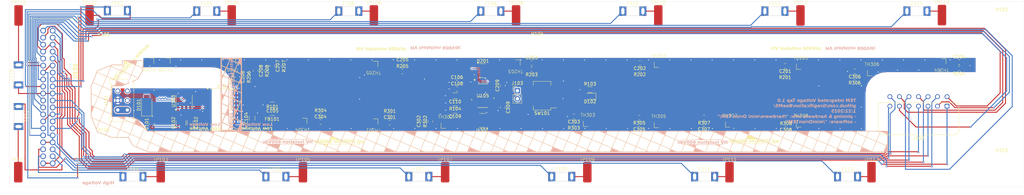
<source format=kicad_pcb>
(kicad_pcb (version 20241229) (generator "pcbnew") (generator_version "9.0")
  (layers (0 "F.Cu" signal) (2 "B.Cu" signal) (13 "F.Paste" user) (15 "B.Paste" user) (5 "F.SilkS" user "F.Silkscreen") (7 "B.SilkS" user "B.Silkscreen") (1 "F.Mask" user) (3 "B.Mask" user) (25 "Edge.Cuts" user))
  (net 0 "")
  (net 1 "/GLV-")
  (net 2 "Net-(D101-K)")
  (net 3 "Net-(U102-VO)")
  (net 4 "GND")
  (net 5 "Net-(U104-V_{ISOIN})")
  (net 6 "+3V3")
  (net 7 "Net-(U105-VCORE)")
  (net 8 "Net-(C201-Pad1)")
  (net 9 "Net-(C202-Pad1)")
  (net 10 "Net-(C203-Pad1)")
  (net 11 "Net-(C204-Pad1)")
  (net 12 "Net-(C205-Pad1)")
  (net 13 "Net-(C206-Pad1)")
  (net 14 "Net-(C207-Pad1)")
  (net 15 "Net-(C208-Pad1)")
  (net 16 "Net-(C301-Pad1)")
  (net 17 "Net-(C302-Pad1)")
  (net 18 "Net-(C303-Pad1)")
  (net 19 "Net-(C304-Pad1)")
  (net 20 "Net-(C305-Pad1)")
  (net 21 "Net-(C306-Pad1)")
  (net 22 "Net-(C307-Pad1)")
  (net 23 "Net-(C308-Pad1)")
  (net 24 "/GLV+")
  (net 25 "Net-(D102-K)")
  (net 26 "/VT32")
  (net 27 "Net-(F101-Pad2)")
  (net 28 "Net-(F102-Pad2)")
  (net 29 "/VT31")
  (net 30 "/VT30")
  (net 31 "Net-(F103-Pad2)")
  (net 32 "Net-(F104-Pad2)")
  (net 33 "/VT29")
  (net 34 "Net-(F105-Pad2)")
  (net 35 "/VT28")
  (net 36 "/VT27")
  (net 37 "Net-(F106-Pad2)")
  (net 38 "Net-(F107-Pad2)")
  (net 39 "/VT26")
  (net 40 "/VT25")
  (net 41 "Net-(F108-Pad2)")
  (net 42 "/VT21{slash}-25")
  (net 43 "Net-(F109-Pad2)")
  (net 44 "/VT20")
  (net 45 "Net-(F110-Pad2)")
  (net 46 "/VT19")
  (net 47 "Net-(F111-Pad2)")
  (net 48 "Net-(F112-Pad2)")
  (net 49 "/VT18")
  (net 50 "/VT17")
  (net 51 "Net-(F113-Pad2)")
  (net 52 "Net-(F114-Pad2)")
  (net 53 "/VT16")
  (net 54 "/VT33{slash}36")
  (net 55 "Net-(F115-Pad2)")
  (net 56 "Net-(FB101-Pad2)")
  (net 57 "/IL+")
  (net 58 "/CAN+")
  (net 59 "/CAN-")
  (net 60 "Net-(U105-PA2_{slash}_ROSC)")
  (net 61 "Net-(U201-X0)")
  (net 62 "Net-(U201-X1)")
  (net 63 "Net-(U201-X2)")
  (net 64 "Net-(U201-X3)")
  (net 65 "Net-(U201-X4)")
  (net 66 "Net-(U201-X5)")
  (net 67 "Net-(U201-X6)")
  (net 68 "Net-(U201-X7)")
  (net 69 "Net-(U301-X0)")
  (net 70 "Net-(U301-X1)")
  (net 71 "Net-(U301-X2)")
  (net 72 "Net-(U301-X3)")
  (net 73 "Net-(U301-X4)")
  (net 74 "Net-(U301-X5)")
  (net 75 "Net-(U301-X6)")
  (net 76 "Net-(U301-X7)")
  (net 77 "/sw_unit_id_2")
  (net 78 "/sw_unit_id_4")
  (net 79 "/sw_can_baud_2")
  (net 80 "/sw_unit_id_3")
  (net 81 "/sw_can_baud_1")
  (net 82 "/sw_unit_id_1")
  (net 83 "/VT10{slash}-13")
  (net 84 "/VT13")
  (net 85 "/VT7")
  (net 86 "/VT3")
  (net 87 "/VT-1")
  (net 89 "/VT8")
  (net 90 "/VT9")
  (net 91 "/VT5")
  (net 92 "/VT2")
  (net 93 "/VT15")
  (net 94 "/VT1")
  (net 95 "/VT4")
  (net 96 "/VT14")
  (net 97 "/VT6")
  (net 98 "Net-(U103-TXD)")
  (net 99 "Net-(U103-RXD)")
  (net 100 "Net-(U104-OUTC)")
  (net 103 "Net-(U104-IND)")
  (net 108 "/UART_TX")
  (net 109 "/SWCLK")
  (net 110 "/SWDIO")
  (net 111 "/UART_RX")
  (net 112 "/TB1_B")
  (net 113 "/TB1_out")
  (net 114 "/TB1_A")
  (net 115 "/TB1_C")
  (net 116 "/TB2_out")
  (net 117 "/TB2_A")
  (net 118 "/TB2_C")
  (net 119 "/TB2_B")
  (net 121 "Net-(D102-A)")
  (footprint "Resistor_SMD:R_0805_2012Metric_Pad1.20x1.40mm_HandSolder" (layer "F.Cu") (at 239.77 137.174999 180)
    (property "Reference" "R202")
    (property "Value" "2.4k")
  )
  (footprint "Capacitor_SMD:C_0805_2012Metric_Pad1.18x1.45mm_HandSolder" (layer "F.Cu") (at 112.970002 139.569999 -90)
    (property "Reference" "C206")
    (property "Value" "220n")
  )
  (footprint "zzLocalLibraries-Footprints:pad 2.667x6.472mm" (layer "F.Cu") (at 155.982 120.2)
    (property "Reference" "TP106")
    (property "Value" "Cell Tap")
  )
  (footprint "Capacitor_SMD:C_1206_3216Metric_Pad1.33x1.80mm_HandSolder" (layer "F.Cu") (at 117.6 152.6 90)
    (property "Reference" "C104")
    (property "Value" "10u")
  )
  (footprint "zzLocalLibraries-Footprints:pad 2.667x6.472mm" (layer "F.Cu") (at 200.792 120.2)
    (property "Reference" "TP108")
    (property "Value" "Cell Tap")
  )
  (footprint "Capacitor_SMD:C_0805_2012Metric_Pad1.18x1.45mm_HandSolder" (layer "F.Cu") (at 182.17 143.380001)
    (property "Reference" "C108")
    (property "Value" "220n")
  )
  (footprint "zzLocalLibraries-Footprints:pad 2.667x6.472mm" (layer "F.Cu") (at 335 120.1)
    (property "Reference" "TP114")
    (property "Value" "Cell Tap")
  )
  (footprint "zzLocalLibraries-Footprints:yageo fuse 6.1x2.5mm midplane" (layer "F.Cu") (at 215.12 171)
    (property "Reference" "F109")
    (property "Value" "1.5A")
    (fp_rect (start -3.215 -1.415) (end 3.215 1.415) (stroke (width 0.1)) (fill no) (layer "Edge.Cuts"))
  )
  (footprint "zzLocalLibraries-Footprints:FPC thermistor strip 2x2mm" (layer "F.Cu") (at 133.490001 153.8 180)
    (property "Reference" "TH304")
    (property "Value" "Thermistor_US")
  )
  (footprint "Capacitor_SMD:C_0805_2012Metric_Pad1.18x1.45mm_HandSolder" (layer "F.Cu") (at 86.1 154.4 90)
    (property "Reference" "C101")
    (property "Value" "220n")
  )
  (footprint "zzLocalLibraries-Footprints:FPC thermistor strip 2x2mm" (layer "F.Cu") (at 200.662001 135.425 180)
    (property "Reference" "TH203")
    (property "Value" "Thermistor_US")
  )
  (footprint "Resistor_SMD:R_0805_2012Metric_Pad1.20x1.40mm_HandSolder" (layer "F.Cu") (at 161 152)
    (property "Reference" "R301")
    (property "Value" "2.4k")
  )
  (footprint "Capacitor_SMD:C_0805_2012Metric_Pad1.18x1.45mm_HandSolder" (layer "F.Cu") (at 219.030001 152.025 180)
    (property "Reference" "C303")
    (property "Value" "220n")
  )
  (footprint "zzLocalLibraries-Footprints:pad 2.667x6.472mm" (layer "F.Cu") (at 111.172 120.2)
    (property "Reference" "TP104")
    (property "Value" "Cell Tap")
  )
  (footprint "zzLocalLibraries-Footprints:yageo fuse 6.1x2.5mm midplane" (layer "F.Cu") (at 192.78 118.85)
    (property "Reference" "F108")
    (property "Value" "1.5A")
    (fp_rect (start -3.215 -1.415) (end 3.215 1.415) (stroke (width 0.1)) (fill no) (layer "Edge.Cuts"))
  )
  (footprint "zzLocalLibraries-Footprints:FPC thermistor strip 2x2mm" (layer "F.Cu") (at 223.4 154)
    (property "Reference" "TH303")
    (property "Value" "Thermistor_US")
  )
  (footprint "Resistor_SMD:R_0805_2012Metric_Pad1.20x1.40mm_HandSolder" (layer "F.Cu") (at 219 154 180)
    (property "Reference" "R303")
    (property "Value" "2.4k")
  )
  (footprint "Resistor_SMD:R_1206_3216Metric_Pad1.30x1.75mm_HandSolder" (layer "F.Cu") (at 224.1 143.6)
    (property "Reference" "R103")
    (property "Value" "4.99k")
  )
  (footprint "zzLocalLibraries-Footprints:FPC thermistor strip 2x2mm" (layer "F.Cu") (at 155.852001 135.87 180)
    (property "Reference" "TH205")
    (property "Value" "Thermistor_US")
  )
  (footprint "Package_TO_SOT_SMD:SOT-23-3" (layer "F.Cu") (at 95.2 154.1 90)
    (property "Reference" "U102")
    (property "Value" "AP7384-50SA")
  )
  (footprint "zzLocalLibraries-Footprints:pad 2.667x6.472mm" (layer "F.Cu") (at 290.412 120.2)
    (property "Reference" "TP112")
    (property "Value" "Cell Tap")
  )
  (footprint "zzLocalLibraries-Footprints:FPC thermistor strip 2x2mm" (layer "F.Cu") (at 245.732 135.4)
    (property "Reference" "TH202")
    (property "Value" "Thermistor_US")
  )
  (footprint "zzLocalLibraries-Footprints:FPC thermistor strip 2x2mm" (layer "F.Cu") (at 90.370001 134.830001 180)
    (property "Reference" "TH208")
    (property "Value" "Thermistor_US")
  )
  (footprint "zzLocalLibraries-Footprints:pad 2.667x6.472mm" (layer "F.Cu") (at 178.43 169.6)
    (property "Reference" "TP107")
    (property "Value" "Cell Tap")
  )
  (footprint "zzLocalLibraries-Footprints:FPC thermistor strip 2x2mm" (layer "F.Cu") (at 245.732 154.4)
    (property "Reference" "TH305")
    (property "Value" "Thermistor_US")
  )
  (footprint "Capacitor_SMD:C_0805_2012Metric_Pad1.18x1.45mm_HandSolder" (layer "F.Cu") (at 160.97 153.975)
    (property "Reference" "C301")
    (property "Value" "220n")
  )
  (footprint "MountingHole:MountingHole_3.5mm" (layer "F.Cu") (at 70.8 130.7)
    (property "Reference" "H105")
    (property "Value" "MountingHole")
  )
  (footprint "zzLocalLibraries-Footprints:13761132" (layer "F.Cu") (at 51.750001 125 -90)
    (property "Reference" "U101")
    (property "Value" "VT harness" (hide yes))
  )
  (footprint "Capacitor_SMD:C_0805_2012Metric_Pad1.18x1.45mm_HandSolder" (layer "F.Cu") (at 196.6 142.3 90)
    (property "Reference" "C209")
    (property "Value" "220n")
  )
  (footprint "Resistor_SMD:R_0805_2012Metric_Pad1.20x1.40mm_HandSolder" (layer "F.Cu") (at 260.035001 152.425 180)
    (property "Reference" "R307")
    (property "Value" "2.4k")
  )
  (footprint "zzLocalLibraries-Footprints:pad 2.667x6.472mm" (layer "F.Cu") (at 245.602 120.2)
    (property "Reference" "TP110")
    (property "Value" "Cell Tap")
  )
  (footprint "zzLocalLibraries-Footprints:yageo fuse 6.1x2.5mm midplane" (layer "F.Cu") (at 148.02 118.85)
    (property "Reference" "F106")
    (property "Value" "1.5A")
    (fp_rect (start -3.215 -1.415) (end 3.215 1.415) (stroke (width 0.1)) (fill no) (layer "Edge.Cuts"))
  )
  (footprint "Resistor_SMD:R_0805_2012Metric_Pad1.20x1.40mm_HandSolder" (layer "F.Cu") (at 340.4 136.9 180)
    (property "Reference" "R204")
    (property "Value" "2.4k")
  )
  (footprint "zzLocalLibraries-Footprints:pad 2.667x6.472mm" (layer "F.Cu") (at 43.9 169.6)
    (property "Reference" "TP101")
    (property "Value" "Cell Tap")
  )
  (footprint "MountingHole:MountingHole_3.5mm" (layer "F.Cu") (at 207.5 130.4)
    (property "Reference" "H104")
    (property "Value" "MountingHole")
  )
  (footprint "zzLocalLibraries-Footprints:yageo fuse 6.1x2.5mm midplane" (layer "F.Cu") (at 103.26 118.85)
    (property "Reference" "F104")
    (property "Value" "1.5A")
    (fp_rect (start -3.215 -1.415) (end 3.215 1.415) (stroke (width 0.1)) (fill no) (layer "Edge.Cuts"))
  )
  (footprint "Capacitor_SMD:C_1206_3216Metric_Pad1.33x1.80mm_HandSolder" (layer "F.Cu") (at 181.569999 145.520001 180)
    (property "Reference" "C110")
    (property "Value" "10u")
  )
  (footprint "Resistor_SMD:R_1206_3216Metric_Pad1.30x1.75mm_HandSolder" (layer "F.Cu") (at 181.6 147.8 180)
    (property "Reference" "R104")
    (property "Value" "100k")
  )
  (footprint "Capacitor_SMD:C_0805_2012Metric_Pad1.18x1.45mm_HandSolder" (layer "F.Cu") (at 118.73 137.669999 -90)
    (property "Reference" "C208")
    (property "Value" "220n")
  )
  (footprint "Capacitor_SMD:C_0805_2012Metric_Pad1.18x1.45mm_HandSolder" (layer "F.Cu") (at 285.6 136.1 180)
    (property "Reference" "C201")
    (property "Value" "220n")
  )
  (footprint "LED_SMD:LED_0805_2012Metric_Pad1.15x1.40mm_HandSolder" (layer "F.Cu") (at 224.1 145.7 180)
    (property "Reference" "D102")
    (property "Value" "blue")
  )
  (footprint "Capacitor_SMD:C_0805_2012Metric_Pad1.18x1.45mm_HandSolder" (layer "F.Cu") (at 123.989999 136.120003 -90)
    (property "Reference" "C207")
    (property "Value" "220n")
  )
  (footprint "zzLocalLibraries-Footprints:yageo fuse 6.1x2.5mm midplane" (layer "F.Cu") (at 44 139 90)
    (property "Reference" "F115")
    (property "Value" "1.5A")
    (fp_poly (pts (xy -3.215001 -1.415) (xy 3.215 -1.415001) (xy 3.215001 1.415) (xy -3.215 1.415001)) (stroke (width 0.1)) (fill no) (layer "Edge.Cuts"))
  )
  (footprint "zzLocalLibraries-Footprints:yageo fuse 6.1x2.5mm midplane" (layer "F.Cu") (at 80 171)
    (property "Reference" "F103")
    (property "Value" "1.5A")
    (fp_rect (start -3.215 -1.415) (end 3.215 1.415) (stroke (width 0.1)) (fill no) (layer "Edge.Cuts"))
  )
  (footprint "Package_SO:Texas_DYY0016A_TSOT-23-16_2x4.2mm_P0.5mm" (layer "F.Cu") (at 190.3 137.6)
    (property "Reference" "U201")
    (property "Value" "SN74LV4051A-Q1")
  )
  (footprint "Capacitor_SMD:C_0805_2012Metric_Pad1.18x1.45mm_HandSolder" (layer "F.Cu") (at 285.799999 154.56 180)
    (property "Reference" "C308")
    (property "Value" "220n")
  )
  (footprint "Capacitor_SMD:C_0805_2012Metric_Pad1.18x1.45mm_HandSolder" (layer "F.Cu") (at 340.435001 134.925)
    (property "Reference" "C204")
    (property "Value" "220n")
  )
  (footprint "zzLocalLibraries-Footprints:yageo fuse 6.1x2.5mm midplane" (layer "F.Cu") (at 305.2 171)
    (property "Reference" "F113")
    (property "Value" "1.5A")
    (fp_rect (start -3.215 -1.415) (end 3.215 1.415) (stroke (width 0.1)) (fill no) (layer "Edge.Cuts"))
  )
  (footprint "zzLocalLibraries-Footprints:yageo fuse 6.1x2.5mm midplane" (layer "F.Cu") (at 282.3 118.85)
    (property "Reference" "F112")
    (property "Value" "1.5A")
    (fp_rect (start -3.215 -1.415) (end 3.215 1.415) (stroke (width 0.1)) (fill no) (layer "Edge.Cuts"))
  )
  (footprint "Capacitor_SMD:C_0805_2012Metric_Pad1.18x1.45mm_HandSolder" (layer "F.Cu") (at 307.535 137.825001 180)
    (property "Reference" "C306")
    (property "Value" "220n")
  )
  (footprint "zzLocalLibraries-Footprints:FPC thermistor strip 2x2mm" (layer "F.Cu") (at 111.035 134.925 180)
    (property "Reference" "TH207")
    (property "Value" "Thermistor_US")
  )
  (footprint "Capacitor_SMD:C_1206_3216Metric_Pad1.33x1.80mm_HandSolder" (layer "F.Cu") (at 98.1 154 -90)
    (property "Reference" "C102")
    (property "Value" "10u")
  )
  (footprint "zzLocalLibraries-Footprints:pad 2.667x6.472mm" (layer "F.Cu") (at 268.05 169.6)
    (property "Reference" "TP111")
    (property "Value" "Cell Tap")
  )
  (footprint "Capacitor_SMD:C_1206_3216Metric_Pad1.33x1.80mm_HandSolder" (layer "F.Cu") (at 181.569999 150.15 180)
    (property "Reference" "C109")
    (property "Value" "10u")
  )
  (footprint "Connector_Molex:Molex_Micro-Fit_3.0_43045-0612_2x03_P3.00mm_Vertical" (layer "F.Cu") (at 75.28 150 90)
    (property "Reference" "J101")
    (property "Value" "HRLV")
  )
  (footprint "Diode_SMD:D_SMA" (layer "F.Cu") (at 84.4 148.4 90)
    (property "Reference" "D101")
    (property "Value" "ES1D")
  )
  (footprint "Resistor_SMD:R_0805_2012Metric_Pad1.20x1.40mm_HandSolder" (layer "F.Cu") (at 114.95 139.6 -90)
    (property "Reference" "R206")
    (property "Value" "2.4k")
  )
  (footprint "zzLocalLibraries-Footprints:pad 2.667x6.472mm" (layer "F.Cu") (at 312.8 169.6)
    (property "Reference" "TP113")
    (property "Value" "Cell Tap")
  )
  (footprint "Resistor_SMD:R_0805_2012Metric_Pad1.20x1.40mm_HandSolder" (layer "F.Cu") (at 285.834998 152.6 180)
    (property "Reference" "R308")
    (property "Value" "2.4k")
  )
  (footprint "zzLocalLibraries-Footprints:yageo fuse 6.1x2.5mm midplane" (layer "F.Cu") (at 75.1 118.7)
    (property "Reference" "F102")
    (property "Value" "1.5A")
    (fp_poly (pts (xy -3.215001 -1.415) (xy 3.215002 -1.415002) (xy 3.215001 1.415) (xy -3.215002 1.415002)) (stroke (width 0.1)) (fill no) (layer "Edge.Cuts"))
  )
  (footprint "Resistor_SMD:R_0805_2012Metric_Pad1.20x1.40mm_HandSolder" (layer "F.Cu") (at 307.5 139.8 180)
    (property "Reference" "R306")
    (property "Value" "2.4k")
  )
  (footprint "zzLocalLibraries-Footprints:FPC thermistor strip 2x2mm" (layer "F.Cu") (at 290.542 136)
    (property "Reference" "TH201")
    (property "Value" "Thermistor_US")
  )
  (footprint "zzLocalLibraries-Footprints:yageo fuse 6.1x2.5mm midplane" (layer "F.Cu") (at 260.16 171)
    (property "Reference" "F111")
    (property "Value" "1.5A")
    (fp_rect (start -3.215 -1.415) (end 3.215 1.415) (stroke (width 0.1)) (fill no) (layer "Edge.Cuts"))
  )
  (footprint "zzLocalLibraries-Footprints:pad 2.667x6.472mm" (layer "F.Cu") (at 44 120.2)
    (property "Reference" "TP115")
    (property "Value" "Cell Tap")
  )
  (footprint "MountingHole:MountingHole_3.5mm" (layer "F.Cu") (at 353.856754 122.8027)
    (property "Reference" "H102")
    (property "Value" "MountingHole")
  )
  (footprint "Capacitor_SMD:C_1206_3216Metric_Pad1.33x1.80mm_HandSolder" (layer "F.Cu") (at 124 148.4 180)
    (property "Reference" "C105")
    (property "Value" "10u")
  )
  (footprint "MountingHole:MountingHole_3.5mm" (layer "F.Cu") (at 70.9 160.7)
    (property "Reference" "H101")
    (property "Value" "MountingHole")
  )
  (footprint "zzLocalLibraries-Footprints:FPC thermistor strip 2x2mm" (layer "F.Cu") (at 178.56 154.6)
    (property "Reference" "TH302")
    (property "Value" "Thermistor_US")
  )
  (footprint "Resistor_SMD:R_0805_2012Metric_Pad1.20x1.40mm_HandSolder" (layer "F.Cu") (at 173.8 153.61 90)
    (property "Reference" "R302")
    (property "Value" "2.4k")
  )
  (footprint "Inductor_SMD:L_0603_1608Metric_Pad1.05x0.95mm_HandSolder" (layer "F.Cu") (at 123.9 154.3)
    (property "Reference" "FB101")
    (property "Value" "MH1608-151Y")
  )
  (footprint "Connector_PinHeader_2.54mm:PinHeader_1x02_P2.54mm_Vertical" (layer "F.Cu") (at 201.2 143.925)
    (property "Reference" "J103")
    (property "Value" "SWD")
  )
  (footprint "zzLocalLibraries-Footprints:pad 2.667x6.472mm" (layer "F.Cu") (at 223.24 169.6)
    (property "Reference" "TP109")
    (property "Value" "Cell Tap")
  )
  (footprint "Capacitor_SMD:C_0805_2012Metric_Pad1.18x1.45mm_HandSolder" (layer "F.Cu") (at 260 154.4 180)
    (property "Reference" "C307")
    (property "Value" "220n")
  )
  (footprint "Resistor_SMD:R_1206_3216Metric_Pad1.30x1.75mm_HandSolder" (layer "F.Cu") (at 124.000002 150.8)
    (property "Reference" "R101")
    (property "Value" "4.7")
  )
  (footprint "Capacitor_SMD:C_0805_2012Metric_Pad1.18x1.45mm_HandSolder" (layer "F.Cu") (at 165 135.8)
    (property "Reference" "C205")
    (property "Value" "220n")
  )
  (footprint "zzLocalLibraries-Footprints:pad 2.667x6.472mm" (layer "F.Cu") (at 133.62 169.6)
    (property "Reference" "TP105")
    (property "Value" "Cell Tap")
  )
  (footprint "Capacitor_SMD:C_0805_2012Metric_Pad1.18x1.45mm_HandSolder" (layer "F.Cu") (at 171.82 153.579999 90)
    (property "Reference" "C302")
    (property "Value" "220n")
  )
  (footprint "Resistor_SMD:R_0805_2012Metric_Pad1.20x1.40mm_HandSolder" (layer "F.Cu") (at 120.7 137.7 -90)
    (property "Reference" "R208")
    (property "Value" "2.4k")
  )
  (footprint "zzLocalLibraries-Footprints:FPC thermistor strip 2x2mm" (layer "F.Cu") (at 334.870001 135 180)
    (property "Reference" "TH204")
    (property "Value" "Thermistor_US")
  )
  (footprint "Capacitor_SMD:C_0805_2012Metric_Pad1.18x1.45mm_HandSolder" (layer "F.Cu") (at 182.17 141.370001)
    (property "Reference" "C106")
    (property "Value" "220n")
  )
  (footprint "Connector_Molex:Molex_Micro-Fit_3.0_43045-1400_2x07_P3.00mm_Horizontal" (layer "F.Cu") (at 336.6 148.8 180)
    (property "Reference" "J102")
    (property "Value" "VT bridge")
  )
  (footprint "Package_SO:Texas_DYY0016A_TSOT-23-16_2x4.2mm_P0.5mm" (layer "F.Cu") (at 190.2 153.3 180)
    (property "Reference" "U301")
    (property "Value" "SN74LV4051A-Q1")
  )
  (footprint "Resistor_SMD:R_0805_2012Metric_Pad1.20x1.40mm_HandSolder" (layer "F.Cu") (at 125.989999 136.150003 -90)
    (property "Reference" "R207")
    (property "Value" "2.4k")
  )
  (footprint "zzLocalLibraries-Footprints:yageo fuse 6.1x2.5mm midplane" (layer "F.Cu") (at 327.06 118.85)
    (property "Reference" "F114")
    (property "Value" "1.5A")
    (fp_rect (start -3.215 -1.415) (end 3.215 1.415) (stroke (width 0.1)) (fill no) (layer "Edge.Cuts"))
  )
  (footprint "Resistor_SMD:R_0805_2012Metric_Pad1.20x1.40mm_HandSolder" (layer "F.Cu") (at 164.97 137.845)
    (property "Reference" "R205")
    (property "Value" "2.4k")
  )
  (footprint "Resistor_SMD:R_0805_2012Metric_Pad1.20x1.40mm_HandSolder" (layer "F.Cu") (at 139.2 151.8)
    (property "Reference" "R304")
    (property "Value" "2.4k")
  )
  (footprint "Capacitor_SMD:C_0805_2012Metric_Pad1.18x1.45mm_HandSolder" (layer "F.Cu") (at 239.6 154.4 180)
    (property "Reference" "C305")
    (property "Value" "220n")
  )
  (footprint "Package_SO:SOIC-8_3.9x4.9mm_P1.27mm" (layer "F.Cu") (at 96.2 147.2 90)
    (property "Reference" "U103")
    (property "Value" "MCP2542FDxMF")
  )
  (footprint "zzLocalLibraries-Footprints:VSSOP28_DGS_TEX-M" (layer "F.Cu") (at 190.3 145.5)
    (property "Reference" "U105")
    (property "Value" "XMSM0G3507SDGS28R")
  )
  (footprint "zzLocalLibraries-Footprints:FPC thermistor strip 2x2mm" (layer "F.Cu") (at 85.2 134.8 180)
    (property "Reference" "TH206")
    (property "Value" "Thermistor_US")
  )
  (footprint "Package_SO:SOIC-20W_7.5x12.8mm_P1.27mm" (layer "F.Cu") (at 108.35 149.8)
    (property "Reference" "U104")
    (property "Value" "ISOW7741")
  )
  (footprint "Resistor_SMD:R_0805_2012Metric_Pad1.20x1.40mm_HandSolder" (layer "F.Cu") (at 285.565 138.075 180)
    (property "Reference" "R201")
    (property "Value" "2.4k")
  )
  (footprint "zzLocalLibraries-Footprints:FPC thermistor strip 2x2mm" (layer "F.Cu") (at 290.542 154.2)
    (property "Reference" "TH308")
    (property "Value" "Thermistor_US")
  )
  (footprint "Capacitor_SMD:C_0805_2012Metric_Pad1.18x1.45mm_HandSolder" (layer "F.Cu") (at 239.8 135.2 180)
    (property "Reference" "C202")
    (property "Value" "220n")
  )
  (footprint "zzLocalLibraries-Footprints:yageo fuse 6.1x2.5mm midplane" (layer "F.Cu") (at 125.04 171)
    (property "Reference" "F105")
    (property "Value" "1.5A")
    (fp_rect (start -3.215 -1.415) (end 3.215 1.415) (stroke (width 0.1)) (fill no) (layer "Edge.Cuts"))
  )
  (footprint "zzLocalLibraries-Footprints:pad 2.667x6.472mm" (layer "F.Cu") (at 66.362 120.2)
    (property "Reference" "TP102")
    (property "Value" "Cell Tap")
  )
  (footprint "zzLocalLibraries-Footprints:yageo fuse 6.1x2.5mm midplane" (layer "F.Cu") (at 44 152 -90)
    (property "Reference" "F101")
    (property "Value" "1.5A")
    (fp_poly (pts (xy -3.215001 -1.415) (xy 3.215001 -1.415002) (xy 3.215001 1.415) (xy -3.215001 1.415002)) (stroke (width 0.1)) (fill no) (layer "Edge.Cuts"))
  )
  (footprint "zzLocalLibraries-Footprints:yageo fuse 6.1x2.5mm midplane" (layer "F.Cu") (at 237.54 118.85)
    (property "Reference" "F110")
    (property "Value" "1.5A")
    (fp_rect (start -3.215 -1.415) (end 3.215 1.415) (stroke (width 0.1)) (fill no) (layer "Edge.Cuts"))
  )
  (footprint "Capacitor_SMD:C_0805_2012Metric_Pad1.18x1.45mm_HandSolder" (layer "F.Cu") (at 205.7 135.2)
    (property "Reference" "C203")
    (property "Value" "220n")
  )
  (footprint "zzLocalLibraries-Footprints:yageo fuse 6.1x2.5mm midplane" (layer "F.Cu") (at 170.08 171)
    (property "Reference" "F107")
    (property "Value" "1.5A")
    (fp_rect (start -3.215 -1.415) (end 3.215 1.415) (stroke (width 0.1)) (fill no) (layer "Edge.Cuts"))
  )
  (footprint "Resistor_SMD:R_0805_2012Metric_Pad1.20x1.40mm_HandSolder" (layer "F.Cu") (at 205.700001 137.200001 180)
    (property "Reference" "R203")
    (property "Value" "2.4k")
  )
  (footprint "Button_Switch_SMD:SW_DIP_SPSTx06_Slide_Copal_CHS-06B_W7.62mm_P1.27mm" (layer "F.Cu") (at 209 145.5 180)
    (property "Reference" "SW101")
    (property "Value" "SW_DIP_x06")
  )
  (footprint "Capacitor_SMD:C_0805_2012Metric_Pad1.18x1.45mm_HandSolder" (layer "F.Cu") (at 196.6 149.2 -90)
    (property "Reference" "C309")
    (property "Value" "220n")
  )
  (footprint "Capacitor_SMD:C_0805_2012Metric_Pad1.18x1.45mm_HandSolder" (layer "F.Cu") (at 139.17 153.78)
    (property "Reference" "C304")
    (property "Value" "220n")
  )
  (footprint "MountingHole:MountingHole_3.5mm" (layer "F.Cu") (at 353.856754 167.1973)
    (property "Reference" "H103")
    (property "Value" "MountingHole")
  )
  (footprint "zzLocalLibraries-Footprints:FPC thermistor strip 2x2mm" (layer "F.Cu") (at 268.18 154.2)
    (property "Reference" "TH307")
    (property "Value" "Thermistor_US")
  )
  (footprint "zzLocalLibraries-Footprints:FPC thermistor strip 2x2mm" (layer "F.Cu") (at 312.93 138)
    (property "Reference" "TH306")
    (property "Value" "Thermistor_US")
  )
  (footprint "zzLocalLibraries-Footprints:FPC thermistor strip 2x2mm" (layer "F.Cu") (at 155.852001 154 180)
    (property "Reference" "TH301")
    (property "Value" "Thermistor_US")
  )
  (footprint "zzLocalLibraries-Footprints:pad 2.667x6.472mm" (layer "F.Cu") (at 88.81 169.6)
    (property "Reference" "TP103")
    (property "Value" "Cell Tap")
  )
  (footprint "Resistor_SMD:R_0805_2012Metric_Pad1.20x1.40mm_HandSolder" (layer "F.Cu") (at 239.635 152.425 180)
    (property "Reference" "R305")
    (property "Value" "2.4k")
  )
  (gr_rect (start 41.143246 115.8027) (end 360.856754 174.1973) (stroke (width 0.05)) (fill no) (layer "Edge.Cuts"))
  (gr_text "HV Isolation 600Vdc" (at 79.600252 134.951218 45) (layer "F.SilkS") (effects (font (size 1 1) (thickness 0.1))))
  (gr_text "Low Voltage" (at 119.2 155.85 180) (layer "F.SilkS") (effects (font (size 1 1) (thickness 0.1))))
  (gr_text "Low Voltage" (at 102.7 155.85 180) (layer "F.SilkS") (effects (font (size 1 1) (thickness 0.1))))
  (gr_text "HV Isolation 600Vdc" (at 144.9 159.95146 180) (layer "F.SilkS") (effects (font (size 1 1) (thickness 0.1))))
  (gr_text "HV Isolation 600Vdc" (at 289.149999 130.648541 0) (layer "F.SilkS") (effects (font (size 1 1) (thickness 0.1))))
  (gr_text "HV Isolation 600Vdc" (at 158.4 130.798537 0) (layer "F.SilkS") (effects (font (size 1 1) (thickness 0.1))))
  (gr_text "HV Isolation 600Vdc" (at 275.65 159.801463 180) (layer "F.SilkS") (effects (font (size 1 1) (thickness 0.1))))
  (gr_text "HV Isolation 600Vdc" (at 175.45 130.350003 180) (layer "B.SilkS") (effects (font (size 1 1) (thickness 0.1)) (justify mirror)))
  (gr_text "High Voltage" (at 69.1 173 0) (layer "B.SilkS") (effects (font (size 1 1) (thickness 0.1)) (justify mirror)))
  (gr_text "Low Voltage" (at 119.15 154.6 0) (layer "B.SilkS") (effects (font (size 1 1) (thickness 0.1)) (justify mirror)))
  (gr_text "extra safety isolation 600Vdc" (at 111.15 145.05 90) (layer "B.SilkS") (effects (font (size 1 1) (thickness 0.1)) (justify mirror)))
  (gr_text "TEM integrated Voltage Tap 1.0\ngithub.com/Gregification/BeeMS/\n1/22/2025\n- pinning & hardware info: {dblquote}/hardware/mini Orion TEM/{dblquote}\n- software: {dblquote}/miniOrionTEM{dblquote} " (at 307.95 154.35 0) (layer "B.SilkS") (effects (font (size 1 1) (thickness 0.1)) (justify left bottom mirror)))
  (gr_text "Low Voltage" (at 102.65 154.6 0) (layer "B.SilkS") (effects (font (size 1 1) (thickness 0.1)) (justify mirror)))
  (gr_text "HV Isolation 600Vdc" (at 259.55 160.249997 0) (layer "B.SilkS") (effects (font (size 1 1) (thickness 0.1)) (justify mirror)))
  (gr_text "HV Isolation 600Vdc" (at 306.199999 130.499999 180) (layer "B.SilkS") (effects (font (size 1 1) (thickness 0.1)) (justify mirror)))
  (gr_text "HV Isolation 600Vdc" (at 128.8 160.1 0) (layer "B.SilkS") (effects (font (size 1 1) (thickness 0.1)) (justify mirror)))
  (segment (start 103.7 155.515) (end 102.185 155.515) (width 0.6) (layer "F.Cu") (net 1))
  (segment (start 103.7 150.435) (end 102.065 150.435) (width 0.6) (layer "F.Cu") (net 1))
  (segment (start 95.565 149.675) (end 95.565 151.235) (width 0.6) (layer "F.Cu") (net 1))
  (segment (start 98.1 155.562501) (end 99.562501 155.562501) (width 0.6) (layer "F.Cu") (net 1))
  (segment (start 99.562501 155.562501) (end 99.6 155.6) (width 0.6) (layer "F.Cu") (net 1))
  (segment (start 102.065 150.435) (end 102 150.5) (width 0.6) (layer "F.Cu") (net 1))
  (segment (start 102.185 155.515) (end 102.1 155.6) (width 0.6) (layer "F.Cu") (net 1))
  (segment (start 95.565 151.235) (end 95.2 151.6) (width 0.6) (layer "F.Cu") (net 1))
  (segment (start 95.2 152.9625) (end 95.2 151.6) (width 0.6) (layer "F.Cu") (net 1))
  (via (at 98.2 147.8) (size 0.6) (drill 0.3) (layers "F.Cu" "B.Cu") (net 1))
  (via (at 84.55 155.65) (size 0.6) (drill 0.3) (layers "F.Cu" "B.Cu") (net 1))
  (via (at 95.2 151.6) (size 0.6) (drill 0.3) (layers "F.Cu" "B.Cu") (net 1))
  (via (at 94.3 148.1) (size 0.6) (drill 0.3) (layers "F.Cu" "B.Cu") (net 1))
  (via (at 86.2 152) (size 0.6) (drill 0.3) (layers "F.Cu" "B.Cu") (net 1))
  (via (at 102.1 155.6) (size 0.6) (drill 0.3) (layers "F.Cu" "B.Cu") (net 1))
  (via (at 80.3 143.9) (size 0.6) (drill 0.3) (layers "F.Cu" "B.Cu") (net 1))
  (via (at 102 150.5) (size 0.6) (drill 0.3) (layers "F.Cu" "B.Cu") (net 1))
  (via (at 94.295 144.725) (size 0.6) (drill 0.3) (layers "F.Cu" "B.Cu") (net 1))
  (via (at 86.7 143.8) (size 0.6) (drill 0.3) (layers "F.Cu" "B.Cu") (net 1))
  (via (at 80.4 150.2) (size 0.6) (drill 0.3) (layers "F.Cu" "B.Cu") (net 1))
  (via (at 101.2 150) (size 0.6) (drill 0.3) (layers "F.Cu" "B.Cu") (net 1))
  (via (at 99.8 144.2) (size 0.6) (drill 0.3) (layers "F.Cu" "B.Cu") (net 1))
  (via (at 99.6 155.6) (size 0.6) (drill 0.3) (layers "F.Cu" "B.Cu") (net 1))
  (segment (start 84.9 150.900002) (end 84.400001 150.400003) (width 0.3) (layer "F.Cu") (net 2))
  (segment (start 85.7 155.4375) (end 84.9 154.6375) (width 0.3) (layer "F.Cu") (net 2))
  (segment (start 84.9 154.6375) (end 84.9 150.900002) (width 0.3) (layer "F.Cu") (net 2))
  (segment (start 86.1 155.4375) (end 85.7 155.4375) (width 0.3) (layer "F.Cu") (net 2))
  (via (at 86.1 155.4375) (size 0.6) (drill 0.3) (layers "F.Cu" "B.Cu") (net 2))
  (via (at 94.250001 155.2375) (size 0.6) (drill 0.3) (layers "F.Cu" "B.Cu") (net 2))
  (segment (start 94.150001 155.1375) (end 86.4 155.1375) (width 0.3) (layer "B.Cu") (net 2))
  (segment (start 86.4 155.1375) (end 86.1 155.4375) (width 0.3) (layer "B.Cu") (net 2))
  (segment (start 94.250001 155.2375) (end 94.150001 155.1375) (width 0.3) (layer "B.Cu") (net 2))
  (segment (start 102.115 144.085) (end 103.7 144.085) (width 0.6) (layer "F.Cu") (net 3))
  (segment (start 103.7 154.245) (end 99.907501 154.245) (width 0.6) (layer "F.Cu") (net 3))
  (segment (start 96.834999 149.675001) (end 96.834999 147.765001) (width 0.6) (layer "F.Cu") (net 3))
  (segment (start 99.705 146.495) (end 102.115 144.085) (width 0.6) (layer "F.Cu") (net 3))
  (segment (start 96.15 154.387499) (end 98.1 152.437499) (width 0.6) (layer "F.Cu") (net 3))
  (segment (start 98.105 146.495) (end 98.105 144.725) (width 0.6) (layer "F.Cu") (net 3))
  (segment (start 98.1 152.437499) (end 96.834999 151.172498) (width 0.6) (layer "F.Cu") (net 3))
  (segment (start 99.907501 154.245) (end 98.1 152.437499) (width 0.6) (layer "F.Cu") (net 3))
  (segment (start 96.15 155.2375) (end 96.15 154.387499) (width 0.6) (layer "F.Cu") (net 3))
  (segment (start 98.105 146.495) (end 99.705 146.495) (width 0.6) (layer "F.Cu") (net 3))
  (segment (start 96.834999 147.765001) (end 98.105 146.495) (width 0.6) (layer "F.Cu") (net 3))
  (segment (start 103.7 154.245) (end 103.7 152.975) (width 0.3) (layer "F.Cu") (net 3))
  (segment (start 96.834999 151.172498) (end 96.834999 149.675001) (width 0.6) (layer "F.Cu") (net 3))
  (segment (start 191.5 150.8) (end 191.5 152.0375) (width 0.2) (layer "F.Cu") (net 4))
  (segment (start 114.515 150.435) (end 114.55 150.4) (width 0.6) (layer "F.Cu") (net 4))
  (segment (start 189.450063 145.750063) (end 189.5 145.8) (width 0.3) (layer "F.Cu") (net 4))
  (segment (start 306.4975 137.825001) (end 305.274999 137.825001) (width 0.6) (layer "F.Cu") (net 4))
  (segment (start 113 150.435) (end 114.515 150.435) (width 0.6) (layer "F.Cu") (net 4))
  (segment (start 113 152.975) (end 114.525 152.975) (width 0.6) (layer "F.Cu") (net 4))
  (segment (start 114.525 152.975) (end 114.55 153) (width 0.6) (layer "F.Cu") (net 4))
  (segment (start 216.975 152.025) (end 217.992501 152.025) (width 0.6) (layer "F.Cu") (net 4))
  (segment (start 113 155.515) (end 114.465 155.515) (width 0.6) (layer "F.Cu") (net 4))
  (segment (start 305.274999 137.825001) (end 305.25 137.85) (width 0.6) (layer "F.Cu") (net 4))
  (segment (start 188.9875 139.35) (end 188.9875 138.376) (width 0.3) (layer "F.Cu") (net 4))
  (segment (start 112.970002 140.607499) (end 111.6 140.607499) (width 0.2) (layer "F.Cu") (net 4))
  (segment (start 191.5125 152.424001) (end 191.612498 152.523999) (width 0.3) (layer "F.Cu") (net 4))
  (segment (start 111.6 139.6) (end 111.7 139.5) (width 0.2) (layer "F.Cu") (net 4))
  (segment (start 191.612498 151.550001) (end 191.5125 151.649999) (width 0.3) (layer "F.Cu") (net 4))
  (segment (start 111.6 140.607499) (end 111.6 139.6) (width 0.2) (layer "F.Cu") (net 4))
  (segment (start 191.5125 151.649999) (end 191.5125 152.424001) (width 0.3) (layer "F.Cu") (net 4))
  (segment (start 187.65 138.85) (end 187.6 138.9) (width 0.3) (layer "F.Cu") (net 4))
  (segment (start 188.9875 138.85) (end 187.65 138.85) (width 0.3) (layer "F.Cu") (net 4))
  (segment (start 187.973949 145.750063) (end 189.450063 145.750063) (width 0.3) (layer "F.Cu") (net 4))
  (segment (start 114.465 155.515) (end 114.55 155.6) (width 0.6) (layer "F.Cu") (net 4))
  (segment (start 180.007498 150.15) (end 180.007498 145.520001) (width 0.6) (layer "F.Cu") (net 4))
  (segment (start 191.5 152.0375) (end 191.5125 152.05) (width 0.2) (layer "F.Cu") (net 4))
  (via (at 202.4 155.8) (size 0.6) (drill 0.3) (layers "F.Cu" "B.Cu") (net 4))
  (via (at 118.5 142.6) (size 0.6) (drill 0.3) (layers "F.Cu" "B.Cu") (net 4))
  (via (at 153 139) (size 0.6) (drill 0.3) (layers "F.Cu" "B.Cu") (net 4))
  (via (at 127.8 137.9) (size 0.6) (drill 0.3) (layers "F.Cu" "B.Cu") (net 4))
  (via (at 322.9 134.2) (size 0.6) (drill 0.3) (layers "F.Cu" "B.Cu") (net 4))
  (via (at 334.4 137.4) (size 0.6) (drill 0.3) (layers "F.Cu" "B.Cu") (net 4))
  (via (at 179.7 141.3) (size 0.6) (drill 0.3) (layers "F.Cu" "B.Cu") (net 4))
  (via (at 114.55 153) (size 0.6) (drill 0.3) (layers "F.Cu" "B.Cu") (net 4))
  (via (at 111.7 139.5) (size 0.6) (drill 0.3) (layers "F.Cu" "B.Cu") (net 4))
  (via (at 235.9 155.8) (size 0.6) (drill 0.3) (layers "F.Cu" "B.Cu") (net 4))
  (via (at 128.7 155.8) (size 0.6) (drill 0.3) (layers "F.Cu" "B.Cu") (net 4))
  (via (at 121.9 134.2) (size 0.6) (drill 0.3) (layers "F.Cu" "B.Cu") (net 4))
  (via (at 222.5 155.8) (size 0.6) (drill 0.3) (layers "F.Cu" "B.Cu") (net 4))
  (via (at 179.7 143.4) (size 0.6) (drill 0.3) (layers "F.Cu" "B.Cu") (net 4))
  (via (at 148.8 155.8) (size 0.6) (drill 0.3) (layers "F.Cu" "B.Cu") (net 4))
  (via (at 168.9 155.8) (size 0.6) (drill 0.3) (layers "F.Cu" "B.Cu") (net 4))
  (via (at 195.6 134.2) (size 0.6) (drill 0.3) (layers "F.Cu" "B.Cu") (net 4))
  (via (at 191.1 140.1) (size 0.6) (drill 0.3) (layers "F.Cu" "B.Cu") (net 4))
  (via (at 305.25 137.85) (size 0.6) (drill 0.3) (layers "F.Cu" "B.Cu") (net 4))
  (via (at 282.8 155.8) (size 0.6) (drill 0.3) (layers "F.Cu" "B.Cu") (net 4))
  (via (at 171.9 140.2) (size 0.6) (drill 0.3) (layers "F.Cu" "B.Cu") (net 4))
  (via (at 135.4 155.8) (size 0.6) (drill 0.3) (layers "F.Cu" "B.Cu") (net 4))
  (via (at 309.599997 149.100001) (size 0.6) (drill 0.3) (layers "F.Cu" "B.Cu") (net 4))
  (via (at 329.6 134.2) (size 0.6) (drill 0.3) (layers "F.Cu" "B.Cu") (net 4))
  (via (at 296.2 155.8) (size 0.6) (drill 0.3) (layers "F.Cu" "B.Cu") (net 4))
  (via (at 327.7 137.4) (size 0.6) (drill 0.3) (layers "F.Cu" "B.Cu") (net 4))
  (via (at 302.8 134.2) (size 0.6) (drill 0.3) (layers "F.Cu" "B.Cu") (net 4))
  (via (at 108.5 134.2) (size 0.6) (drill 0.3) (layers "F.Cu" "B.Cu") (net 4))
  (via (at 93.6 136.199999) (size 0.6) (drill 0.3) (layers "F.Cu" "B.Cu") (net 4))
  (via (at 309.5 134.2) (size 0.6) (drill 0.3) (layers "F.Cu" "B.Cu") (net 4))
  (via (at 296.2 142.4) (size 0.6) (drill 0.3) (layers "F.Cu" "B.Cu") (net 4))
  (via (at 155.5 155.8) (size 0.6) (drill 0.3) (layers "F.Cu" "B.Cu") (net 4))
  (via (at 151.5 139.8) (size 0.6) (drill 0.3) (layers "F.Cu" "B.Cu") (net 4))
  (via (at 168.8 134.2) (size 0.6) (drill 0.3) (layers "F.Cu" "B.Cu") (net 4))
  (via (at 242.5 134.2) (size 0.6) (drill 0.3) (layers "F.Cu" "B.Cu") (net 4))
  (via (at 215.7 134.2) (size 0.6) (drill 0.3) (layers "F.Cu" "B.Cu") (net 4))
  (via (at 191.2 144.5) (size 0.6) (drill 0.3) (layers "F.Cu" "B.Cu") (net 4))
  (via (at 197.9 141.3) (size 0.6) (drill 0.3) (layers "F.Cu" "B.Cu") (net 4))
  (via (at 309.6 142.4) (size 0.6) (drill 0.3) (layers "F.Cu" "B.Cu") (net 4))
  (via (at 142 134.2) (size 0.6) (drill 0.3) (layers "F.Cu" "B.Cu") (net 4))
  (via (at 256 155.8) (size 0.6) (drill 0.3) (layers "F.Cu" "B.Cu") (net 4))
  (via (at 151.5 146.6) (size 0.6) (drill 0.3) (layers "F.Cu" "B.Cu") (net 4))
  (via (at 221 143.6) (size 0.6) (drill 0.3) (layers "F.Cu" "B.Cu") (net 4))
  (via (at 249.3 155.8) (size 0.6) (drill 0.3) (layers "F.Cu" "B.Cu") (net 4))
  (via (at 162.2 155.8) (size 0.6) (drill 0.3) (layers "F.Cu" "B.Cu") (net 4))
  (via (at 175.5 134.2) (size 0.6) (drill 0.3) (layers "F.Cu" "B.Cu") (net 4))
  (via (at 191.5 150.8) (size 0.6) (drill 0.3) (layers "F.Cu" "B.Cu") (net 4))
  (via (at 204.6 151.4) (size 0.6) (drill 0.3) (layers "F.Cu" "B.Cu") (net 4))
  (via (at 114.55 155.6) (size 0.6) (drill 0.3) (layers "F.Cu" "B.Cu") (net 4))
  (via (at 135.3 134.2) (size 0.6) (drill 0.3) (layers "F.Cu" "B.Cu") (net 4))
  (via (at 142.1 155.8) (size 0.6) (drill 0.3) (layers "F.Cu" "B.Cu") (net 4))
  (via (at 337.6 134.2) (size 0.6) (drill 0.3) (layers "F.Cu" "B.Cu") (net 4))
  (via (at 122 155.8) (size 0.6) (drill 0.3) (layers "F.Cu" "B.Cu") (net 4))
  (via (at 215.699997 140.900001) (size 0.6) (drill 0.3) (layers "F.Cu" "B.Cu") (net 4))
  (via (at 276 134.2) (size 0.6) (drill 0.3) (layers "F.Cu" "B.Cu") (net 4))
  (via (at 128.6 134.2) (size 0.6) (drill 0.3) (layers "F.Cu" "B.Cu") (net 4))
  (via (at 215.6 146.4) (size 0.6) (drill 0.3) (layers "F.Cu" "B.Cu") (net 4))
  (via (at 309.6 142.4) (size 0.6) (drill 0.3) (layers "F.Cu" "B.Cu") (net 4))
  (via (at 115.3 155.8) (size 0.6) (drill 0.3) (layers "F.Cu" "B.Cu") (net 4))
  (via (at 189.5 145.8) (size 0.6) (drill 0.3) (layers "F.Cu" "B.Cu") (net 4))
  (via (at 113.325 135.8) (size 0.6) (drill 0.3) (layers "F.Cu" "B.Cu") (net 4))
  (via (at 148.7 134.2) (size 0.6) (drill 0.3) (layers "F.Cu" "B.Cu") (net 4))
  (via (at 282.7 134.2) (size 0.6) (drill 0.3) (layers "F.Cu" "B.Cu") (net 4))
  (via (at 182.3 155.8) (size 0.6) (drill 0.3) (layers "F.Cu" "B.Cu") (net 4))
  (via (at 195.1 150.2) (size 0.6) (drill 0.3) (layers "F.Cu" "B.Cu") (net 4))
  (via (at 209.1 155.8) (size 0.6) (drill 0.3) (layers "F.Cu" "B.Cu") (net 4))
  (via (at 302.9 155.8) (size 0.6) (drill 0.3) (layers "F.Cu" "B.Cu") (net 4))
  (via (at 116.7 138.7) (size 0.6) (drill 0.3) (layers "F.Cu" "B.Cu") (net 4))
  (via (at 242.6 155.8) (size 0.6) (drill 0.3) (layers "F.Cu" "B.Cu") (net 4))
  (via (at 216.975 152.025) (size 0.6) (drill 0.3) (layers "F.Cu" "B.Cu") (net 4))
  (via (at 321 137.4) (size 0.6) (drill 0.3) (layers "F.Cu" "B.Cu") (net 4))
  (via (at 101.8 134.2) (size 0.6) (drill 0.3) (layers "F.Cu" "B.Cu") (net 4))
  (via (at 276.1 155.8) (size 0.6) (drill 0.3) (layers "F.Cu" "B.Cu") (net 4))
  (via (at 229.1 134.2) (size 0.6) (drill 0.3) (layers "F.Cu" "B.Cu") (net 4))
  (via (at 255.9 134.2) (size 0.6) (drill 0.3) (layers "F.Cu" "B.Cu") (net 4))
  (via (at 188.9 134.2) (size 0.6) (drill 0.3) (layers "F.Cu" "B.Cu") (net 4))
  (via (at 186.5 141.2) (size 0.6) (drill 0.3) (layers "F.Cu" "B.Cu") (net 4))
  (via (at 176.9 151.3) (size 0.6) (drill 0.3) (layers "F.Cu" "B.Cu") (net 4))
  (via (at 235.8 134.2) (size 0.6) (drill 0.3) (layers "F.Cu" "B.Cu") (net 4))
  (via (at 189 156.3) (size 0.6) (drill 0.3) (layers "F.Cu" "B.Cu") (net 4))
  (via (at 113.5 143.2) (size 0.6) (drill 0.3) (layers "F.Cu" "B.Cu") (net 4))
  (via (at 115.2 134.2) (size 0.6) (drill 0.3) (layers "F.Cu" "B.Cu") (net 4))
  (via (at 114.55 150.4) (size 0.6) (drill 0.3) (layers "F.Cu" "B.Cu") (net 4))
  (via (at 122.4 137.625) (size 0.6) (drill 0.3) (layers "F.Cu" "B.Cu") (net 4))
  (via (at 209 134.2) (size 0.6) (drill 0.3) (layers "F.Cu" "B.Cu") (net 4))
  (via (at 343.8 136) (size 0.6) (drill 0.3) (layers "F.Cu" "B.Cu") (net 4))
  (via (at 262.7 155.8) (size 0.6) (drill 0.3) (layers "F.Cu" "B.Cu") (net 4))
  (via (at 187.6 138.9) (size 0.6) (drill 0.3) (layers "F.Cu" "B.Cu") (net 4))
  (via (at 229.2 155.8) (size 0.6) (drill 0.3) (layers "F.Cu" "B.Cu") (net 4))
  (via (at 269.4 155.8) (size 0.6) (drill 0.3) (layers "F.Cu" "B.Cu") (net 4))
  (via (at 182.2 134.2) (size 0.6) (drill 0.3) (layers "F.Cu" "B.Cu") (net 4))
  (via (at 85.35 136.15) (size 0.6) (drill 0.3) (layers "F.Cu" "B.Cu") (net 4))
  (via (at 178.6 150.1) (size 0.6) (drill 0.3) (layers "F.Cu" "B.Cu") (net 4))
  (via (at 309.6 155.8) (size 0.6) (drill 0.3) (layers "F.Cu" "B.Cu") (net 4))
  (via (at 289.4 134.2) (size 0.6) (drill 0.3) (layers "F.Cu" "B.Cu") (net 4))
  (via (at 162.1 134.2) (size 0.6) (drill 0.3) (layers "F.Cu" "B.Cu") (net 4))
  (via (at 195.7 155.8) (size 0.6) (drill 0.3) (layers "F.Cu" "B.Cu") (net 4))
  (via (at 155.4 134.2) (size 0.6) (drill 0.3) (layers "F.Cu" "B.Cu") (net 4))
  (via (at 175.6 155.8) (size 0.6) (drill 0.3) (layers "F.Cu" "B.Cu") (net 4))
  (via (at 249.2 134.2) (size 0.6) (drill 0.3) (layers "F.Cu" "B.Cu") (net 4))
  (via (at 119.3 151) (size 0.6) (drill 0.3) (layers "F.Cu" "B.Cu") (net 4))
  (via (at 95.1 134.2) (size 0.6) (drill 0.3) (layers "F.Cu" "B.Cu") (net 4))
  (via (at 316.2 134.2) (size 0.6) (drill 0.3) (layers "F.Cu" "B.Cu") (net 4))
  (via (at 296.1 134.2) (size 0.6) (drill 0.3) (layers "F.Cu" "B.Cu") (net 4))
  (via (at 289.5 155.8) (size 0.6) (drill 0.3) (layers "F.Cu" "B.Cu") (net 4))
  (via (at 178.6 147.8) (size 0.6) (drill 0.3) (layers "F.Cu" "B.Cu") (net 4))
  (via (at 178.5 145.5) (size 0.6) (drill 0.3) (layers "F.Cu" "B.Cu") (net 4))
  (via (at 215.8 155.8) (size 0.6) (drill 0.3) (layers "F.Cu" "B.Cu") (net 4))
  (via (at 114.8 148.4) (size 0.6) (drill 0.3) (layers "F.Cu" "B.Cu") (net 4))
  (via (at 222.4 134.2) (size 0.6) (drill 0.3) (layers "F.Cu" "B.Cu") (net 4))
  (via (at 121 148.4) (size 0.6) (drill 0.3) (layers "F.Cu" "B.Cu") (net 4))
  (via (at 314.9 138) (size 0.6) (drill 0.3) (layers "F.Cu" "B.Cu") (net 4))
  (via (at 88.4 134.2) (size 0.6) (drill 0.3) (layers "F.Cu" "B.Cu") (net 4))
  (via (at 262.6 134.2) (size 0.6) (drill 0.3) (layers "F.Cu" "B.Cu") (net 4))
  (via (at 202.3 134.2) (size 0.6) (drill 0.3) (layers "F.Cu" "B.Cu") (net 4))
  (via (at 269.3 134.2) (size 0.6) (drill 0.3) (layers "F.Cu" "B.Cu") (net 4))
  (segment (start 114.505 154.245) (end 114.55 154.2) (width 0.6) (layer "F.Cu") (net 5))
  (segment (start 122.887501 154.162501) (end 123.025 154.3) (width 0.3) (layer "F.Cu") (net 5))
  (segment (start 112.55 143.635) (end 113 144.085) (width 0.6) (layer "F.Cu") (net 5))
  (segment (start 112.55 142.8) (end 112.55 143.635) (width 0.6) (layer "F.Cu") (net 5))
  (segment (start 114.55 154.2) (end 117.562501 154.2) (width 0.3) (layer "F.Cu") (net 5))
  (segment (start 117.6 154.162501) (end 122.887501 154.162501) (width 0.3) (layer "F.Cu") (net 5))
  (segment (start 113 154.245) (end 114.505 154.245) (width 0.6) (layer "F.Cu") (net 5))
  (segment (start 117.562501 154.2) (end 117.6 154.162501) (width 0.3) (layer "F.Cu") (net 5))
  (via (at 114.55 154.2) (size 0.6) (drill 0.3) (layers "F.Cu" "B.Cu") (net 5))
  (via (at 112.55 142.8) (size 0.6) (drill 0.3) (layers "F.Cu" "B.Cu") (net 5))
  (segment (start 112.55 154.2) (end 112.55 142.8) (width 0.6) (layer "B.Cu") (net 5))
  (segment (start 114.55 154.2) (end 112.55 154.2) (width 0.6) (layer "B.Cu") (net 5))
  (segment (start 186.032059 147.250441) (end 187.973949 147.250441) (width 0.3) (layer "F.Cu") (net 6))
  (segment (start 191.6125 135.85) (end 190.4 135.85) (width 0.25) (layer "F.Cu") (net 6))
  (segment (start 187.973949 147.250441) (end 190.350441 147.250441) (width 0.3) (layer "F.Cu") (net 6))
  (segment (start 181.7 150.15) (end 183.1325 150.15) (width 0.3) (layer "F.Cu") (net 6))
  (segment (start 183.1325 150.15) (end 186.032059 147.250441) (width 0.3) (layer "F.Cu") (net 6))
  (segment (start 190 150.5) (end 190 155.049999) (width 0.25) (layer "F.Cu") (net 6))
  (segment (start 190.4 147) (end 190.4 147.3) (width 0.25) (layer "F.Cu") (net 6))
  (segment (start 183.1325 150.15) (end 183.1325 150.0675) (width 0.3) (layer "F.Cu") (net 6))
  (segment (start 181.7 145.520001) (end 181.7 150.15) (width 0.3) (layer "F.Cu") (net 6))
  (segment (start 181.7 151) (end 181.2 151.5) (width 0.3) (layer "F.Cu") (net 6))
  (segment (start 181.2 151.5) (end 178.1 151.5) (width 0.3) (layer "F.Cu") (net 6))
  (segment (start 190.350441 147.250441) (end 190.4 147.3) (width 0.3) (layer "F.Cu") (net 6))
  (segment (start 125.550002 149.4) (end 125.550002 148.412499) (width 0.3) (layer "F.Cu") (net 6))
  (segment (start 190.4 135.85) (end 190.4 147) (width 0.25) (layer "F.Cu") (net 6))
  (segment (start 125.550002 150.8) (end 125.550002 149.4) (width 0.3) (layer "F.Cu") (net 6))
  (segment (start 187.973949 145.249937) (end 187.973949 144.749811) (width 0.3) (layer "F.Cu") (net 6))
  (segment (start 181.7 150.15) (end 181.7 151) (width 0.3) (layer "F.Cu") (net 6))
  (segment (start 190.4 150.1) (end 190 150.5) (width 0.25) (layer "F.Cu") (net 6))
  (segment (start 175.9 149.3) (end 125.650002 149.3) (width 0.3) (layer "F.Cu") (net 6))
  (segment (start 183.1325 145.520001) (end 183.402564 145.249937) (width 0.3) (layer "F.Cu") (net 6))
  (segment (start 125.550002 148.412499) (end 125.562501 148.4) (width 0.3) (layer "F.Cu") (net 6))
  (segment (start 178.1 151.5) (end 175.9 149.3) (width 0.3) (layer "F.Cu") (net 6))
  (segment (start 183.1325 145.520001) (end 181.7 145.520001) (width 0.3) (layer "F.Cu") (net 6))
  (segment (start 190 155.049999) (end 188.887502 155.049999) (width 0.25) (layer "F.Cu") (net 6))
  (segment (start 125.650002 149.3) (end 125.550002 149.4) (width 0.3) (layer "F.Cu") (net 6))
  (segment (start 183.402564 145.249937) (end 187.973949 145.249937) (width 0.3) (layer "F.Cu") (net 6))
  (segment (start 190.4 147.3) (end 190.4 150.1) (width 0.25) (layer "F.Cu") (net 6))
  (segment (start 183.338068 143.249433) (end 183.2075 143.380001) (width 0.3) (layer "F.Cu") (net 7))
  (segment (start 187.973949 143.249433) (end 183.338068 143.249433) (width 0.3) (layer "F.Cu") (net 7))
  (segment (start 183.2075 141.370001) (end 183.2075 143.380001) (width 0.3) (layer "F.Cu") (net 7))
  (segment (start 286.565001 138.075) (end 286.565001 136.172499) (width 0.2) (layer "F.Cu") (net 8))
  (segment (start 289.641998 136) (end 286.7375 136) (width 0.2) (layer "F.Cu") (net 8))
  (segment (start 286.565001 136.172499) (end 286.6375 136.1) (width 0.2) (layer "F.Cu") (net 8))
  (segment (start 286.7375 136) (end 286.6375 136.1) (width 0.2) (layer "F.Cu") (net 8))
  (segment (start 241.0375 135.4) (end 240.8375 135.2) (width 0.2) (layer "F.Cu") (net 9))
  (segment (start 240.770001 135.267499) (end 240.8375 135.2) (width 0.2) (layer "F.Cu") (net 9))
  (segment (start 244.832 135.4) (end 241.0375 135.4) (width 0.2) (layer "F.Cu") (net 9))
  (segment (start 240.770001 137.174999) (end 240.770001 135.267499) (width 0.2) (layer "F.Cu") (net 9))
  (segment (start 206.662501 137.200001) (end 206.700002 137.200001) (width 0.2) (layer "F.Cu") (net 10))
  (segment (start 201.562003 135.425) (end 204.4375 135.425) (width 0.2) (layer "F.Cu") (net 10))
  (segment (start 204.6625 135.2) (end 206.662501 137.200001) (width 0.2) (layer "F.Cu") (net 10))
  (segment (start 204.4375 135.425) (end 204.6625 135.2) (width 0.2) (layer "F.Cu") (net 10))
  (segment (start 336.075004 134.925) (end 339.397501 134.925) (width 0.2) (layer "F.Cu") (net 11))
  (segment (start 335.770003 135.230001) (end 336.075004 134.925) (width 0.2) (layer "F.Cu") (net 11))
  (segment (start 339.425001 134.925) (end 341.400001 136.9) (width 0.2) (layer "F.Cu") (net 11))
  (segment (start 339.397501 134.925) (end 339.425001 134.925) (width 0.2) (layer "F.Cu") (net 11))
  (segment (start 156.822003 135.8) (end 156.752003 135.87) (width 0.2) (layer "F.Cu") (net 12))
  (segment (start 163.9625 135.8) (end 156.822003 135.8) (width 0.2) (layer "F.Cu") (net 12))
  (segment (start 163.9625 135.8) (end 163.9625 137.837501) (width 0.2) (layer "F.Cu") (net 12))
  (segment (start 93.3 135.5) (end 107.55 135.5) (width 0.2) (layer "F.Cu") (net 13))
  (segment (start 107.55 135.5) (end 110.619998 138.569998) (width 0.2) (layer "F.Cu") (net 13))
  (segment (start 92.6 136.2) (end 93.3 135.5) (width 0.2) (layer "F.Cu") (net 13))
  (segment (start 110.619998 138.569998) (end 114.942502 138.569998) (width 0.2) (layer "F.Cu") (net 13))
  (segment (start 86.100002 134.8) (end 86.100002 136.2) (width 0.2) (layer "F.Cu") (net 13))
  (segment (start 86.100002 136.2) (end 92.6 136.2) (width 0.2) (layer "F.Cu") (net 13))
  (segment (start 114.942502 138.569998) (end 114.95 138.5625) (width 0.2) (layer "F.Cu") (net 13))
  (segment (start 111.935 134.925) (end 123.832496 134.925) (width 0.2) (layer "F.Cu") (net 14))
  (segment (start 123.832496 134.925) (end 123.989999 135.082503) (width 0.2) (layer "F.Cu") (net 14))
  (segment (start 125.415404 135.082503) (end 125.736451 135.40355) (width 0.2) (layer "F.Cu") (net 14))
  (segment (start 123.989999 135.082503) (end 125.415404 135.082503) (width 0.2) (layer "F.Cu") (net 14))
  (segment (start 91.900002 134.8) (end 107.7 134.8) (width 0.2) (layer "F.Cu") (net 15))
  (segment (start 108.5 135.6) (end 109.146447 136.246447) (width 0.2) (layer "F.Cu") (net 15))
  (segment (start 110 136.6) (end 118.65154 136.6) (width 0.2) (layer "F.Cu") (net 15))
  (segment (start 107.7 134.8) (end 108.5 135.6) (width 0.2) (layer "F.Cu") (net 15))
  (segment (start 120.7 136.699999) (end 118.7975 136.699999) (width 0.2) (layer "F.Cu") (net 15))
  (segment (start 118.7975 136.699999) (end 118.73 136.632499) (width 0.2) (layer "F.Cu") (net 15))
  (arc (start 118.65154 136.6) (mid 118.694002 136.608446) (end 118.73 136.632499) (width 0.2) (layer "F.Cu") (net 15))
  (arc (start 109.146447 136.246447) (mid 109.538061 136.508114) (end 110 136.6) (width 0.2) (layer "F.Cu") (net 15))
  (segment (start 156.777003 153.975) (end 156.752003 154) (width 0.2) (layer "F.Cu") (net 16))
  (segment (start 159.9325 153.975) (end 159.9325 152.0675) (width 0.2) (layer "F.Cu") (net 16))
  (segment (start 159.9325 152.0675) (end 160 152) (width 0.2) (layer "F.Cu") (net 16))
  (segment (start 159.9325 153.975) (end 156.777003 153.975) (width 0.2) (layer "F.Cu") (net 16))
  (segment (start 171.827498 154.610001) (end 171.82 154.617499) (width 0.2) (layer "F.Cu") (net 17))
  (segment (start 177.659998 154.6) (end 173.810001 154.6) (width 0.2) (layer "F.Cu") (net 17))
  (segment (start 173.810001 154.6) (end 173.8 154.610001) (width 0.2) (layer "F.Cu") (net 17))
  (segment (start 173.8 154.610001) (end 171.827498 154.610001) (width 0.2) (layer "F.Cu") (net 17))
  (segment (start 222.5 154) (end 220.0375 154) (width 0.2) (layer "F.Cu") (net 18))
  (segment (start 220.030002 153.992502) (end 220.0375 154) (width 0.2) (layer "F.Cu") (net 18))
  (segment (start 220.030002 152.025) (end 220.030002 153.992502) (width 0.2) (layer "F.Cu") (net 18))
  (segment (start 138.1325 153.78) (end 138.1325 153.5675) (width 0.2) (layer "F.Cu") (net 19))
  (segment (start 138.1325 153.5675) (end 138.2 153.5) (width 0.2) (layer "F.Cu") (net 19))
  (segment (start 138.2 153.5) (end 138.2 151.8) (width 0.2) (layer "F.Cu") (net 19))
  (segment (start 138.1125 153.8) (end 138.1325 153.78) (width 0.2) (layer "F.Cu") (net 19))
  (segment (start 134.390003 153.8) (end 138.1125 153.8) (width 0.2) (layer "F.Cu") (net 19))
  (segment (start 244.832 154.4) (end 240.6375 154.4) (width 0.2) (layer "F.Cu") (net 20))
  (segment (start 240.635001 154.397501) (end 240.6375 154.4) (width 0.2) (layer "F.Cu") (net 20))
  (segment (start 240.635001 152.425) (end 240.635001 154.397501) (width 0.2) (layer "F.Cu") (net 20))
  (segment (start 308.747499 138) (end 308.5725 137.825001) (width 0.2) (layer "F.Cu") (net 21))
  (segment (start 308.5725 139.727501) (end 308.500001 139.8) (width 0.2) (layer "F.Cu") (net 21))
  (segment (start 308.5725 137.825001) (end 308.5725 139.727501) (width 0.2) (layer "F.Cu") (net 21))
  (segment (start 312.03 138) (end 308.747499 138) (width 0.2) (layer "F.Cu") (net 21))
  (segment (start 261.2375 154.2) (end 261.0375 154.4) (width 0.2) (layer "F.Cu") (net 22))
  (segment (start 261.035002 154.397502) (end 261.0375 154.4) (width 0.2) (layer "F.Cu") (net 22))
  (segment (start 267.28 154.2) (end 261.2375 154.2) (width 0.2) (layer "F.Cu") (net 22))
  (segment (start 261.035002 152.425) (end 261.035002 154.397502) (width 0.2) (layer "F.Cu") (net 22))
  (segment (start 286.834999 154.5575) (end 286.837499 154.56) (width 0.2) (layer "F.Cu") (net 23))
  (segment (start 286.834999 152.6) (end 286.834999 154.5575) (width 0.2) (layer "F.Cu") (net 23))
  (segment (start 289.282 154.56) (end 286.837499 154.56) (width 0.2) (layer "F.Cu") (net 23))
  (segment (start 289.642 154.2) (end 289.282 154.56) (width 0.2) (layer "F.Cu") (net 23))
  (segment (start 83.799996 147) (end 84.399999 146.399997) (width 0.3) (layer "F.Cu") (net 24))
  (segment (start 78.28 147) (end 83.799996 147) (width 0.3) (layer "F.Cu") (net 24))
  (segment (start 225.125001 145.7) (end 225.125001 144.124999) (width 0.2) (layer "F.Cu") (net 25))
  (segment (start 225.125001 144.124999) (end 225.65 143.6) (width 0.2) (layer "F.Cu") (net 25))
  (segment (start 57.65 168.875) (end 46.066 168.875) (width 0.3) (layer "F.Cu") (net 26))
  (segment (start 46.066 148.133999) (end 44.765999 148.133999) (width 0.3) (layer "F.Cu") (net 26))
  (segment (start 46.066 168.875) (end 46.066 148.133999) (width 0.3) (layer "F.Cu") (net 26))
  (segment (start 57.65 167.4) (end 57.65 168.875) (width 0.3) (layer "F.Cu") (net 26))
  (segment (start 44.765999 148.133999) (end 43.999998 148.9) (width 0.3) (layer "F.Cu") (net 26))
  (via (at 57.65 167.4) (size 0.6) (drill 0.3) (layers "F.Cu" "B.Cu") (net 26))
  (segment (start 54.825 164.6) (end 54.750001 164.6) (width 0.3) (layer "B.Cu") (net 26))
  (segment (start 54.750001 164.6) (end 55.2 164.6) (width 0.3) (layer "B.Cu") (net 26))
  (segment (start 57.625 167.4) (end 54.825 164.6) (width 0.3) (layer "B.Cu") (net 26))
  (segment (start 57.65 167.4) (end 57.625 167.4) (width 0.3) (layer "B.Cu") (net 26))
  (segment (start 43.9 155.315001) (end 43.999999 155.215002) (width 0.3) (layer "F.Cu") (net 27))
  (segment (start 43.9 169.6) (end 43.9 155.315001) (width 0.3) (layer "F.Cu") (net 27))
  (segment (start 79.175 121.25) (end 70.425 121.25) (width 0.3) (layer "F.Cu") (net 28))
  (segment (start 78.315002 119.015002) (end 79.175 119.875) (width 0.3) (layer "F.Cu") (net 28))
  (segment (start 79.175 119.875) (end 79.175 121.25) (width 0.3) (layer "F.Cu") (net 28))
  (segment (start 70.425 121.25) (end 69.375 120.2) (width 0.3) (layer "F.Cu") (net 28))
  (segment (start 69.375 120.2) (end 66.362 120.2) (width 0.3) (layer "F.Cu") (net 28))
  (segment (start 66.362 118.699999) (end 66.362 120.2) (width 0.3) (layer "F.Cu") (net 28))
  (segment (start 78.315002 118.700001) (end 78.315002 119.015002) (width 0.3) (layer "F.Cu") (net 28))
  (segment (start 63.65 142.55) (end 63.7 142.6) (width 0.3) (layer "F.Cu") (net 29))
  (segment (start 63.65 117.55) (end 63.65 142.55) (width 0.3) (layer "F.Cu") (net 29))
  (via (at 63.7 142.6) (size 0.6) (drill 0.3) (layers "F.Cu" "B.Cu") (net 29))
  (via (at 63.65 117.55) (size 0.6) (drill 0.3) (layers "F.Cu" "B.Cu") (net 29))
  (segment (start 63.7 142.6) (end 54.750001 142.6) (width 0.3) (layer "B.Cu") (net 29))
  (segment (start 70.849998 117.55) (end 72 118.700002) (width 0.3) (layer "B.Cu") (net 29))
  (segment (start 63.65 117.55) (end 70.849998 117.55) (width 0.3) (layer "B.Cu") (net 29))
  (segment (start 76.9 171) (end 76 171) (width 0.3) (layer "F.Cu") (net 30))
  (segment (start 76 171) (end 76 169.7) (width 0.3) (layer "F.Cu") (net 30))
  (segment (start 50.25 164.6) (end 51.750001 164.6) (width 0.3) (layer "B.Cu") (net 30))
  (segment (start 76.9 171) (end 76 171) (width 0.3) (layer "B.Cu") (net 30))
  (segment (start 76 169.7) (end 50.25 169.7) (width 0.3) (layer "B.Cu") (net 30))
  (segment (start 50.25 169.7) (end 50.25 164.6) (width 0.3) (layer "B.Cu") (net 30))
  (segment (start 76 171) (end 76 169.7) (width 0.3) (layer "B.Cu") (net 30))
  (segment (start 88.81 169.6) (end 88.81 171) (width 0.3) (layer "F.Cu") (net 31))
  (segment (start 88.81 171) (end 83.215 171) (width 0.3) (layer "F.Cu") (net 31))
  (segment (start 111.172 118.85) (end 106.475 118.85) (width 0.3) (layer "F.Cu") (net 32))
  (segment (start 111.172 120.2) (end 111.172 118.85) (width 0.3) (layer "F.Cu") (net 32))
  (segment (start 46.25 142.45) (end 46.4 142.6) (width 0.3) (layer "F.Cu") (net 33))
  (segment (start 46.4 142.6) (end 51.750001 142.6) (width 0.3) (layer "F.Cu") (net 33))
  (via (at 46.25 142.45) (size 0.6) (drill 0.3) (layers "F.Cu" "B.Cu") (net 33))
  (segment (start 98.06 120.95) (end 100.16 118.85) (width 0.3) (layer "B.Cu") (net 33))
  (segment (start 46.15 118.4) (end 67.225 118.4) (width 0.3) (layer "B.Cu") (net 33))
  (segment (start 67.225 118.4) (end 69.775 120.95) (width 0.3) (layer "B.Cu") (net 33))
  (segment (start 46.25 142.45) (end 46.15 142.35) (width 0.3) (layer "B.Cu") (net 33))
  (segment (start 46.15 142.35) (end 46.15 118.4) (width 0.3) (layer "B.Cu") (net 33))
  (segment (start 69.775 120.95) (end 98.06 120.95) (width 0.3) (layer "B.Cu") (net 33))
  (segment (start 133.62 169.6) (end 133.62 171) (width 0.3) (layer "F.Cu") (net 34))
  (segment (start 133.62 171) (end 128.255 171) (width 0.3) (layer "F.Cu") (net 34))
  (segment (start 54.750001 162.4) (end 61.284001 168.934) (width 0.3) (layer "B.Cu") (net 35))
  (segment (start 61.284001 168.934) (end 119.874 168.934) (width 0.3) (layer "B.Cu") (net 35))
  (segment (start 119.874 168.934) (end 121.94 171) (width 0.3) (layer "B.Cu") (net 35))
  (segment (start 68.175 124.4) (end 64.3 124.4) (width 0.3) (layer "F.Cu") (net 36))
  (segment (start 64.3 124.4) (end 64.3 140.652) (width 0.3) (layer "F.Cu") (net 36))
  (segment (start 68.8 121.45) (end 69.125 121.775) (width 0.3) (layer "F.Cu") (net 36))
  (segment (start 64.3 140.652) (end 64.475 140.827) (width 0.3) (layer "F.Cu") (net 36))
  (segment (start 64.475 140.827) (end 64.475 140.875) (width 0.3) (layer "F.Cu") (net 36))
  (segment (start 69.125 121.775) (end 69.125 123.45) (width 0.3) (layer "F.Cu") (net 36))
  (segment (start 69.125 123.45) (end 68.175 124.4) (width 0.3) (layer "F.Cu") (net 36))
  (via (at 64.475 140.875) (size 0.6) (drill 0.3) (layers "F.Cu" "B.Cu") (net 36))
  (via (at 68.8 121.45) (size 0.6) (drill 0.3) (layers "F.Cu" "B.Cu") (net 36))
  (segment (start 142.22 121.55) (end 144.92 118.85) (width 0.3) (layer "B.Cu") (net 36))
  (segment (start 68.9 121.55) (end 142.22 121.55) (width 0.3) (layer "B.Cu") (net 36))
  (segment (start 64.075 140.875) (end 64.001 140.801) (width 0.3) (layer "B.Cu") (net 36))
  (segment (start 64.001 140.801) (end 55.151 140.801) (width 0.3) (layer "B.Cu") (net 36))
  (segment (start 68.8 121.45) (end 68.9 121.55) (width 0.3) (layer "B.Cu") (net 36))
  (segment (start 64.475 140.875) (end 64.075 140.875) (width 0.3) (layer "B.Cu") (net 36))
  (segment (start 55.151 140.801) (end 54.750001 140.400001) (width 0.3) (layer "B.Cu") (net 36))
  (segment (start 155.982 118.85) (end 155.982 120.2) (width 0.3) (layer "F.Cu") (net 37))
  (segment (start 151.235 118.85) (end 155.982 118.85) (width 0.3) (layer "F.Cu") (net 37))
  (segment (start 178.43 169.6) (end 178.43 171) (width 0.3) (layer "F.Cu") (net 38))
  (segment (start 178.43 171) (end 173.295 171) (width 0.3) (layer "F.Cu") (net 38))
  (segment (start 50.35 168.05) (end 50.35 162.4) (width 0.3) (layer "F.Cu") (net 39))
  (segment (start 58.8 165.2) (end 55.949001 168.050999) (width 0.3) (layer "F.Cu") (net 39))
  (segment (start 50.35 162.4) (end 51.749999 162.4) (width 0.3) (layer "F.Cu") (net 39))
  (segment (start 55.949001 168.050999) (end 50.350999 168.050999) (width 0.3) (layer "F.Cu") (net 39))
  (segment (start 50.350999 168.050999) (end 50.35 168.05) (width 0.3) (layer "F.Cu") (net 39))
  (via (at 58.8 165.2) (size 0.6) (drill 0.3) (layers "F.Cu" "B.Cu") (net 39))
  (segment (start 58.8 165.2) (end 61.85 168.25) (width 0.3) (layer "B.Cu") (net 39))
  (segment (start 164.23 168.25) (end 166.98 171) (width 0.3) (layer "B.Cu") (net 39))
  (segment (start 61.85 168.25) (end 164.23 168.25) (width 0.3) (layer "B.Cu") (net 39))
  (segment (start 46.8 135.049997) (end 46.800003 135.05) (width 0.3) (layer "F.Cu") (net 40))
  (segment (start 46.800003 135.05) (end 50.205001 135.05) (width 0.3) (layer "F.Cu") (net 40))
  (via (at 46.8 135.049997) (size 0.6) (drill 0.3) (layers "F.Cu" "B.Cu") (net 40))
  (via (at 50.205001 135.05) (size 0.6) (drill 0.3) (layers "F.Cu" "B.Cu") (net 40))
  (segment (start 63.825 119.05) (end 66.925 122.15) (width 0.3) (layer "B.Cu") (net 40))
  (segment (start 186.38 122.15) (end 189.68 118.85) (width 0.3) (layer "B.Cu") (net 40))
  (segment (start 66.925 122.15) (end 186.38 122.15) (width 0.3) (layer "B.Cu") (net 40))
  (segment (start 51.750001 140.400001) (end 50.205001 140.400001) (width 0.3) (layer "B.Cu") (net 40))
  (segment (start 50.205001 140.400001) (end 50.205001 135.05) (width 0.3) (layer "B.Cu") (net 40))
  (segment (start 46.8 135.049997) (end 46.725 134.974997) (width 0.3) (layer "B.Cu") (net 40))
  (segment (start 46.725 134.974997) (end 46.725 119.05) (width 0.3) (layer "B.Cu") (net 40))
  (segment (start 46.725 119.05) (end 63.825 119.05) (width 0.3) (layer "B.Cu") (net 40))
  (segment (start 200.792 120.2) (end 200.792 118.85) (width 0.3) (layer "F.Cu") (net 41))
  (segment (start 200.792 118.85) (end 195.995 118.85) (width 0.3) (layer "F.Cu") (net 41))
  (segment (start 53.949998 136.000001) (end 54.750001 136.000001) (width 0.3) (layer "F.Cu") (net 42))
  (segment (start 51.750001 138.199998) (end 53.949998 136.000001) (width 0.3) (layer "F.Cu") (net 42))
  (segment (start 54.750001 160.2) (end 51.750001 160.2) (width 0.3) (layer "F.Cu") (net 42))
  (segment (start 54.750001 158.000001) (end 53.25 158.000001) (width 0.3) (layer "B.Cu") (net 42))
  (segment (start 54.750001 160.2) (end 62.000001 167.45) (width 0.3) (layer "B.Cu") (net 42))
  (segment (start 53.25 158.000001) (end 53.25 138.199998) (width 0.3) (layer "B.Cu") (net 42))
  (segment (start 62.000001 167.45) (end 208.47 167.45) (width 0.3) (layer "B.Cu") (net 42))
  (segment (start 208.47 167.45) (end 212.02 171) (width 0.3) (layer "B.Cu") (net 42))
  (segment (start 54.750001 160.2) (end 54.750001 158.000001) (width 0.3) (layer "B.Cu") (net 42))
  (segment (start 53.25 138.199998) (end 51.750001 138.199998) (width 0.3) (layer "B.Cu") (net 42))
  (segment (start 223.24 169.6) (end 223.24 171) (width 0.3) (layer "F.Cu") (net 43))
  (segment (start 223.24 171) (end 218.335 171) (width 0.3) (layer "F.Cu") (net 43))
  (segment (start 47.5 134.525) (end 47.225 134.25) (width 0.3) (layer "B.Cu") (net 44))
  (segment (start 230.565 122.725) (end 234.44 118.85) (width 0.3) (layer "B.Cu") (net 44))
  (segment (start 63.3 119.75) (end 66.275 122.725) (width 0.3) (layer "B.Cu") (net 44))
  (segment (start 51.750001 158) (end 47.5 158) (width 0.3) (layer "B.Cu") (net 44))
  (segment (start 47.225 119.75) (end 63.3 119.75) (width 0.3) (layer "B.Cu") (net 44))
  (segment (start 47.225 134.25) (end 47.225 119.75) (width 0.3) (layer "B.Cu") (net 44))
  (segment (start 66.275 122.725) (end 230.565 122.725) (width 0.3) (layer "B.Cu") (net 44))
  (segment (start 47.5 158) (end 47.5 134.525) (width 0.3) (layer "B.Cu") (net 44))
  (segment (start 245.602 118.85) (end 245.602 120.2) (width 0.3) (layer "F.Cu") (net 45))
  (segment (start 240.755 118.85) (end 245.602 118.85) (width 0.3) (layer "F.Cu") (net 45))
  (segment (start 46.8 135.85) (end 46.95 136) (width 0.3) (layer "F.Cu") (net 46))
  (segment (start 62.6 171.4) (end 62.6 166.8) (width 0.3) (layer "F.Cu") (net 46))
  (segment (start 46.95 136) (end 51.750001 136) (width 0.3) (layer "F.Cu") (net 46))
  (via (at 62.6 171.4) (size 0.6) (drill 0.3) (layers "F.Cu" "B.Cu") (net 46))
  (via (at 62.6 166.8) (size 0.6) (drill 0.3) (layers "F.Cu" "B.Cu") (net 46))
  (via (at 46.8 135.85) (size 0.6) (drill 0.3) (layers "F.Cu" "B.Cu") (net 46))
  (segment (start 62.6 166.8) (end 252.86 166.8) (width 0.3) (layer "B.Cu") (net 46))
  (segment (start 252.86 166.8) (end 257.06 171) (width 0.3) (layer "B.Cu") (net 46))
  (segment (start 46.9 171.4) (end 62.6 171.4) (width 0.3) (layer "B.Cu") (net 46))
  (segment (start 46.9 135.95) (end 46.9 171.4) (width 0.3) (layer "B.Cu") (net 46))
  (segment (start 46.8 135.85) (end 46.9 135.95) (width 0.3) (layer "B.Cu") (net 46))
  (segment (start 268.05 171) (end 263.375 171) (width 0.3) (layer "F.Cu") (net 47))
  (segment (start 268.05 169.6) (end 268.05 171) (width 0.3) (layer "F.Cu") (net 47))
  (segment (start 290.412 118.85) (end 285.515 118.85) (width 0.3) (layer "F.Cu") (net 48))
  (segment (start 290.412 120.2) (end 290.412 118.85) (width 0.3) (layer "F.Cu") (net 48))
  (segment (start 62.549 152.076) (end 62.549 153.401) (width 0.3) (layer "F.Cu") (net 49))
  (segment (start 62.85 120.55) (end 62.975 120.675) (width 0.3) (layer "F.Cu") (net 49))
  (segment (start 62.549 153.401) (end 62.55 153.4) (width 0.3) (layer "F.Cu") (net 49))
  (segment (start 62.975 151.65) (end 62.549 152.076) (width 0.3) (layer "F.Cu") (net 49))
  (segment (start 62.975 120.675) (end 62.975 151.65) (width 0.3) (layer "F.Cu") (net 49))
  (via (at 62.55 153.4) (size 0.6) (drill 0.3) (layers "F.Cu" "B.Cu") (net 49))
  (via (at 62.85 120.55) (size 0.6) (drill 0.3) (layers "F.Cu" "B.Cu") (net 49))
  (segment (start 62.95 120.55) (end 65.725 123.325) (width 0.3) (layer "B.Cu") (net 49))
  (segment (start 65.725 123.325) (end 274.725 123.325) (width 0.3) (layer "B.Cu") (net 49))
  (segment (start 274.725 123.325) (end 279.2 118.85) (width 0.3) (layer "B.Cu") (net 49))
  (segment (start 62.85 120.55) (end 62.95 120.55) (width 0.3) (layer "B.Cu") (net 49))
  (segment (start 60.15 155.8) (end 54.750001 155.8) (width 0.3) (layer "B.Cu") (net 49))
  (segment (start 62.55 153.4) (end 60.15 155.8) (width 0.3) (layer "B.Cu") (net 49))
  (segment (start 56.25 157.85) (end 56.25 135.299999) (width 0.3) (layer "F.Cu") (net 50))
  (segment (start 56.25 135.299999) (end 54.750001 133.8) (width 0.3) (layer "F.Cu") (net 50))
  (via (at 56.25 157.85) (size 0.6) (drill 0.3) (layers "F.Cu" "B.Cu") (net 50))
  (segment (start 297.15 166.05) (end 61.75 166.05) (width 0.3) (layer "B.Cu") (net 50))
  (segment (start 56.25 160.55) (end 56.25 157.85) (width 0.3) (layer "B.Cu") (net 50))
  (segment (start 61.75 166.05) (end 56.25 160.55) (width 0.3) (layer "B.Cu") (net 50))
  (segment (start 302.1 171) (end 297.15 166.05) (width 0.3) (layer "B.Cu") (net 50))
  (segment (start 312.8 169.6) (end 312.8 171) (width 0.3) (layer "F.Cu") (net 51))
  (segment (start 312.8 171) (end 308.415 171) (width 0.3) (layer "F.Cu") (net 51))
  (segment (start 335 120.1) (end 335 118.85) (width 0.3) (layer "F.Cu") (net 52))
  (segment (start 335 118.85) (end 330.275 118.85) (width 0.3) (layer "F.Cu") (net 52))
  (segment (start 323.96 118.85) (end 319.06 123.75) (width 0.3) (layer "B.Cu") (net 53))
  (segment (start 65.2 123.95) (end 61.65 120.4) (width 0.3) (layer "B.Cu") (net 53))
  (segment (start 48.052 136.477175) (end 48.05 136.479176) (width 0.3) (layer "B.Cu") (net 53))
  (segment (start 48.05 135.520826) (end 48.052 135.522826) (width 0.3) (layer "B.Cu") (net 53))
  (segment (start 48.05 134.366479) (end 48.05 135.520826) (width 0.3) (layer "B.Cu") (net 53))
  (segment (start 274.808521 123.95) (end 65.2 123.95) (width 0.3) (layer "B.Cu") (net 53))
  (segment (start 47.775 120.4) (end 47.775 134.091479) (width 0.3) (layer "B.Cu") (net 53))
  (segment (start 61.65 120.4) (end 47.775 120.4) (width 0.3) (layer "B.Cu") (net 53))
  (segment (start 47.775 134.091479) (end 48.05 134.366479) (width 0.3) (layer "B.Cu") (net 53))
  (segment (start 48.05 155.8) (end 51.750001 155.8) (width 0.3) (layer "B.Cu") (net 53))
  (segment (start 319.06 123.75) (end 275.008521 123.75) (width 0.3) (layer "B.Cu") (net 53))
  (segment (start 48.05 136.479176) (end 48.05 155.8) (width 0.3) (layer "B.Cu") (net 53))
  (segment (start 48.052 135.522826) (end 48.052 136.477175) (width 0.3) (layer "B.Cu") (net 53))
  (segment (start 275.008521 123.75) (end 274.808521 123.95) (width 0.3) (layer "B.Cu") (net 53))
  (segment (start 57.651 144.901) (end 57.65 144.9) (width 0.3) (layer "F.Cu") (net 54))
  (segment (start 51.750001 144.799999) (end 54.750002 144.799999) (width 0.3) (layer "F.Cu") (net 54))
  (segment (start 51.750001 144.799999) (end 44.000001 144.799999) (width 0.3) (layer "F.Cu") (net 54))
  (segment (start 57.651 151.649) (end 57.651 144.901) (width 0.3) (layer "F.Cu") (net 54))
  (segment (start 57 152.3) (end 57.651 151.649) (width 0.3) (layer "F.Cu") (net 54))
  (segment (start 54.750001 166.8) (end 57 164.550001) (width 0.3) (layer "F.Cu") (net 54))
  (segment (start 51.750001 166.799999) (end 53.2 166.799999) (width 0.3) (layer "F.Cu") (net 54))
  (segment (start 44.000001 144.799999) (end 44.000001 142.1) (width 0.3) (layer "F.Cu") (net 54))
  (segment (start 57 164.550001) (end 57 152.3) (width 0.3) (layer "F.Cu") (net 54))
  (segment (start 54.750001 166.8) (end 51.750001 166.799999) (width 0.3) (layer "F.Cu") (net 54))
  (segment (start 53.2 144.799999) (end 51.750001 144.799999) (width 0.3) (layer "F.Cu") (net 54))
  (via (at 57.65 144.9) (size 0.6) (drill 0.3) (layers "F.Cu" "B.Cu") (net 54))
  (segment (start 57.65 144.9) (end 54.850003 144.9) (width 0.3) (layer "B.Cu") (net 54))
  (segment (start 54.850003 144.9) (end 54.750002 144.799999) (width 0.3) (layer "B.Cu") (net 54))
  (segment (start 44.000001 135.784999) (end 44.000001 124.299999) (width 0.3) (layer "F.Cu") (net 55))
  (segment (start 44.000001 124.299999) (end 44 120.2) (width 0.3) (layer "F.Cu") (net 55))
  (segment (start 124.775 153.124998) (end 122.450002 150.8) (width 0.3) (layer "F.Cu") (net 56))
  (segment (start 124.775 154.3) (end 124.775 153.124998) (width 0.3) (layer "F.Cu") (net 56))
  (segment (start 75.28 150) (end 78.280001 150) (width 2) (layer "F.Cu") (net 57))
  (segment (start 75.28 150) (end 78.2 150) (width 2) (layer "B.Cu") (net 57))
  (segment (start 95.682322 146.399479) (end 95.399479 146.399479) (width 0.2) (layer "F.Cu") (net 58))
  (segment (start 95.565001 144.724999) (end 95.975 145.134998) (width 0.2) (layer "F.Cu") (net 58))
  (segment (start 95.975 145.134998) (end 95.975 146.106801) (width 0.2) (layer "F.Cu") (net 58))
  (segment (start 95.975 146.106801) (end 95.682322 146.399479) (width 0.2) (layer "F.Cu") (net 58))
  (via (at 95.399479 146.399479) (size 0.6) (drill 0.3) (layers "F.Cu" "B.Cu") (net 58))
  (segment (start 77.317825 145.3) (end 85.836394 145.3) (width 0.2) (layer "B.Cu") (net 58))
  (segment (start 95.248438 146.55052) (end 95.399479 146.399479) (width 0.2) (layer "B.Cu") (net 58))
  (segment (start 88.389059 146.130951) (end 88.477059 146.130951) (width 0.2) (layer "B.Cu") (net 58))
  (segment (start 89.093059 146.37452) (end 89.093059 146.306951) (width 0.2) (layer "B.Cu") (net 58))
  (segment (start 90.677059 146.55052) (end 90.9 146.55052) (width 0.2) (layer "B.Cu") (net 58))
  (segment (start 90.589059 146.55052) (end 90.677059 146.55052) (width 0.2) (layer "B.Cu") (net 58))
  (segment (start 88.829059 146.55052) (end 88.917059 146.55052) (width 0.2) (layer "B.Cu") (net 58))
  (segment (start 89.973059 146.37452) (end 89.973059 146.306949) (width 0.2) (layer "B.Cu") (net 58))
  (segment (start 87.086914 146.55052) (end 88.037059 146.55052) (width 0.2) (layer "B.Cu") (net 58))
  (segment (start 88.213059 146.37452) (end 88.213059 146.306951) (width 0.2) (layer "B.Cu") (net 58))
  (segment (start 90.413059 146.306949) (end 90.413059 146.37452) (width 0.2) (layer "B.Cu") (net 58))
  (segment (start 85.836394 145.3) (end 87.086914 146.55052) (width 0.2) (layer "B.Cu") (net 58))
  (segment (start 78.28 144) (end 77.3 144) (width 0.2) (layer "B.Cu") (net 58))
  (segment (start 89.533059 146.306951) (end 89.533059 146.37452) (width 0.2) (layer "B.Cu") (net 58))
  (segment (start 88.653059 146.306951) (end 88.653059 146.37452) (width 0.2) (layer "B.Cu") (net 58))
  (segment (start 89.709059 146.55052) (end 89.797059 146.55052) (width 0.2) (layer "B.Cu") (net 58))
  (segment (start 90.149059 146.130949) (end 90.237059 146.130949) (width 0.2) (layer "B.Cu") (net 58))
  (segment (start 89.269059 146.130951) (end 89.357059 146.130951) (width 0.2) (layer "B.Cu") (net 58))
  (segment (start 90.9 146.55052) (end 95.248438 146.55052) (width 0.2) (layer "B.Cu") (net 58))
  (segment (start 76.992381 144.974556) (end 77.317825 145.3) (width 0.2) (layer "B.Cu") (net 58))
  (segment (start 77.3 144) (end 76.992381 144.307619) (width 0.2) (layer "B.Cu") (net 58))
  (segment (start 76.992381 144.307619) (end 76.992381 144.974556) (width 0.2) (layer "B.Cu") (net 58))
  (arc (start 89.973059 146.306949) (mid 90.024608 146.182498) (end 90.149059 146.130949) (width 0.2) (layer "B.Cu") (net 58))
  (arc (start 89.533059 146.37452) (mid 89.584608 146.498971) (end 89.709059 146.55052) (width 0.2) (layer "B.Cu") (net 58))
  (arc (start 88.213059 146.306951) (mid 88.264608 146.1825) (end 88.389059 146.130951) (width 0.2) (layer "B.Cu") (net 58))
  (arc (start 90.237059 146.130949) (mid 90.36151 146.182498) (end 90.413059 146.306949) (width 0.2) (layer "B.Cu") (net 58))
  (arc (start 89.357059 146.130951) (mid 89.48151 146.1825) (end 89.533059 146.306951) (width 0.2) (layer "B.Cu") (net 58))
  (arc (start 90.413059 146.37452) (mid 90.464608 146.498971) (end 90.589059 146.55052) (width 0.2) (layer "B.Cu") (net 58))
  (arc (start 89.093059 146.306951) (mid 89.144608 146.1825) (end 89.269059 146.130951) (width 0.2) (layer "B.Cu") (net 58))
  (arc (start 88.917059 146.55052) (mid 89.04151 146.498971) (end 89.093059 146.37452) (width 0.2) (layer "B.Cu") (net 58))
  (arc (start 89.797059 146.55052) (mid 89.92151 146.498971) (end 89.973059 146.37452) (width 0.2) (layer "B.Cu") (net 58))
  (arc (start 88.477059 146.130951) (mid 88.60151 146.1825) (end 88.653059 146.306951) (width 0.2) (layer "B.Cu") (net 58))
  (arc (start 88.037059 146.55052) (mid 88.16151 146.498971) (end 88.213059 146.37452) (width 0.2) (layer "B.Cu") (net 58))
  (arc (start 88.653059 146.37452) (mid 88.704608 146.498971) (end 88.829059 146.55052) (width 0.2) (layer "B.Cu") (net 58))
  (segment (start 96.425002 145.134998) (end 96.425002 146.293197) (width 0.2) (layer "F.Cu") (net 59))
  (segment (start 96.835 144.725) (end 96.425002 145.134998) (width 0.2) (layer "F.Cu") (net 59))
  (segment (start 96.000521 146.717678) (end 96.000521 147.000521) (width 0.2) (layer "F.Cu") (net 59))
  (segment (start 96.425002 146.293197) (end 96.000521 146.717678) (width 0.2) (layer "F.Cu") (net 59))
  (via (at 96.000521 147.000521) (size 0.6) (drill 0.3) (layers "F.Cu" "B.Cu") (net 59))
  (segment (start 76.542381 144.342381) (end 76.2 144) (width 0.2) (layer "B.Cu") (net 59))
  (segment (start 76.542381 145.160952) (end 76.542381 144.342381) (width 0.2) (layer "B.Cu") (net 59))
  (segment (start 85.65 145.75) (end 77.131429 145.75) (width 0.2) (layer "B.Cu") (net 59))
  (segment (start 77.131429 145.75) (end 76.542381 145.160952) (width 0.2) (layer "B.Cu") (net 59))
  (segment (start 86.900521 147.000521) (end 85.65 145.75) (width 0.2) (layer "B.Cu") (net 59))
  (segment (start 76.2 144) (end 75.28 144) (width 0.2) (layer "B.Cu") (net 59))
  (segment (start 96.000521 147.000521) (end 86.900521 147.000521) (width 0.2) (layer "B.Cu") (net 59))
  (segment (start 184.699811 146.250189) (end 187.973949 146.250189) (width 0.25) (layer "F.Cu") (net 60))
  (segment (start 183.15 147.8) (end 184.699811 146.250189) (width 0.25) (layer "F.Cu") (net 60))
  (segment (start 283.939999 138.7) (end 284.564999 138.075) (width 0.2) (layer "F.Cu") (net 61))
  (segment (start 196.95 137.35) (end 198.3 138.7) (width 0.2) (layer "F.Cu") (net 61))
  (segment (start 198.3 138.7) (end 283.939999 138.7) (width 0.2) (layer "F.Cu") (net 61))
  (segment (start 191.6125 137.35) (end 196.95 137.35) (width 0.2) (layer "F.Cu") (net 61))
  (segment (start 191.6125 136.85) (end 197.35 136.85) (width 0.2) (layer "F.Cu") (net 62))
  (segment (start 237.743997 138.201001) (end 238.769999 137.174999) (width 0.2) (layer "F.Cu") (net 62))
  (segment (start 197.35 136.85) (end 198.701001 138.201001) (width 0.2) (layer "F.Cu") (net 62))
  (segment (start 198.701001 138.201001) (end 237.743997 138.201001) (width 0.2) (layer "F.Cu") (net 62))
  (segment (start 197.95 136.35) (end 198.800001 137.200001) (width 0.2) (layer "F.Cu") (net 63))
  (segment (start 191.6125 136.35) (end 197.95 136.35) (width 0.2) (layer "F.Cu") (net 63))
  (segment (start 198.800001 137.200001) (end 204.7 137.200001) (width 0.2) (layer "F.Cu") (net 63))
  (segment (start 191.6125 137.85) (end 196.55 137.85) (width 0.2) (layer "F.Cu") (net 64))
  (segment (start 196.55 137.85) (end 198.1 139.4) (width 0.2) (layer "F.Cu") (net 64))
  (segment (start 337.5 136.9) (end 339.399999 136.9) (width 0.2) (layer "F.Cu") (net 64))
  (segment (start 292.6 139.4) (end 295.3 136.7) (width 0.2) (layer "F.Cu") (net 64))
  (segment (start 295.3 136.7) (end 337.3 136.7) (width 0.2) (layer "F.Cu") (net 64))
  (segment (start 198.1 139.4) (end 292.6 139.4) (width 0.2) (layer "F.Cu") (net 64))
  (segment (start 337.3 136.7) (end 337.5 136.9) (width 0.2) (layer "F.Cu") (net 64))
  (segment (start 167.965001 135.85) (end 188.9875 135.85) (width 0.2) (layer "F.Cu") (net 65))
  (segment (start 165.970001 137.845) (end 167.965001 135.85) (width 0.2) (layer "F.Cu") (net 65))
  (segment (start 167.399999 140.600001) (end 169.8 138.2) (width 0.2) (layer "F.Cu") (net 66))
  (segment (start 114.95 140.600001) (end 167.399999 140.600001) (width 0.2) (layer "F.Cu") (net 66))
  (segment (start 169.8 138.2) (end 187.4 138.2) (width 0.2) (layer "F.Cu") (net 66))
  (segment (start 187.4 138.2) (end 187.75 137.85) (width 0.2) (layer "F.Cu") (net 66))
  (segment (start 188.9635 137.874) (end 188.9875 137.85) (width 0.2) (layer "F.Cu") (net 66))
  (segment (start 187.75 137.85) (end 188.9875 137.85) (width 0.2) (layer "F.Cu") (net 66))
  (segment (start 152.350004 137.150004) (end 154.4 139.2) (width 0.2) (layer "F.Cu") (net 67))
  (segment (start 125.989999 137.150004) (end 152.350004 137.150004) (width 0.2) (layer "F.Cu") (net 67))
  (segment (start 169.65 136.35) (end 188.9875 136.35) (width 0.2) (layer "F.Cu") (net 67))
  (segment (start 166.8 139.2) (end 169.65 136.35) (width 0.2) (layer "F.Cu") (net 67))
  (segment (start 154.4 139.2) (end 166.8 139.2) (width 0.2) (layer "F.Cu") (net 67))
  (segment (start 187.248943 137.551) (end 186.751 137.551) (width 0.2) (layer "F.Cu") (net 68))
  (segment (start 167 139.9) (end 152.7 139.9) (width 0.2) (layer "F.Cu") (net 68))
  (segment (start 186.751 137.551) (end 186.673 137.473) (width 0.2) (layer "F.Cu") (net 68))
  (segment (start 152.7 139.9) (end 151.500001 138.700001) (width 0.2) (layer "F.Cu") (net 68))
  (segment (start 187.449943 137.35) (end 187.248943 137.551) (width 0.2) (layer "F.Cu") (net 68))
  (segment (start 186.673 137.473) (end 169.427 137.473) (width 0.2) (layer "F.Cu") (net 68))
  (segment (start 169.427 137.473) (end 167 139.9) (width 0.2) (layer "F.Cu") (net 68))
  (segment (start 151.500001 138.700001) (end 120.7 138.700001) (width 0.2) (layer "F.Cu") (net 68))
  (segment (start 188.9875 137.35) (end 187.449943 137.35) (width 0.2) (layer "F.Cu") (net 68))
  (segment (start 180.9 152.6) (end 176.4 152.6) (width 0.2) (layer "F.Cu") (net 69))
  (segment (start 176.4 152.6) (end 175 151.2) (width 0.2) (layer "F.Cu") (net 69))
  (segment (start 175 151.2) (end 162.8 151.2) (width 0.2) (layer "F.Cu") (net 69))
  (segment (start 181.850001 153.550001) (end 180.9 152.6) (width 0.2) (layer "F.Cu") (net 69))
  (segment (start 188.887501 153.550001) (end 181.850001 153.550001) (width 0.2) (layer "F.Cu") (net 69))
  (segment (start 162.8 151.2) (end 162 152) (width 0.2) (layer "F.Cu") (net 69))
  (segment (start 188.887501 154.05) (end 181.45 154.05) (width 0.2) (layer "F.Cu") (net 70))
  (segment (start 180.5 153.1) (end 174.290001 153.1) (width 0.2) (layer "F.Cu") (net 70))
  (segment (start 174.290001 153.1) (end 173.8 152.609999) (width 0.2) (layer "F.Cu") (net 70))
  (segment (start 181.45 154.05) (end 180.5 153.1) (width 0.2) (layer "F.Cu") (net 70))
  (segment (start 195.2 154.8) (end 217.199999 154.8) (width 0.2) (layer "F.Cu") (net 71))
  (segment (start 188.074156 155.526001) (end 194.473999 155.526001) (width 0.2) (layer "F.Cu") (net 71))
  (segment (start 187.849002 155.300847) (end 188.074156 155.526001) (width 0.2) (layer "F.Cu") (net 71))
  (segment (start 217.199999 154.8) (end 217.999999 154) (width 0.2) (layer "F.Cu") (net 71))
  (segment (start 187.849002 154.799151) (end 187.849002 155.300847) (width 0.2) (layer "F.Cu") (net 71))
  (segment (start 188.098153 154.55) (end 187.849002 154.799151) (width 0.2) (layer "F.Cu") (net 71))
  (segment (start 188.8875 154.55) (end 188.098153 154.55) (width 0.2) (layer "F.Cu") (net 71))
  (segment (start 194.473999 155.526001) (end 195.2 154.8) (width 0.2) (layer "F.Cu") (net 71))
  (segment (start 188.8875 153.05) (end 182.25 153.05) (width 0.2) (layer "F.Cu") (net 72))
  (segment (start 176.8 152.1) (end 175.3 150.6) (width 0.2) (layer "F.Cu") (net 72))
  (segment (start 141.4 150.6) (end 140.2 151.8) (width 0.2) (layer "F.Cu") (net 72))
  (segment (start 182.25 153.05) (end 181.3 152.1) (width 0.2) (layer "F.Cu") (net 72))
  (segment (start 181.3 152.1) (end 176.8 152.1) (width 0.2) (layer "F.Cu") (net 72))
  (segment (start 175.3 150.6) (end 141.4 150.6) (width 0.2) (layer "F.Cu") (net 72))
  (segment (start 191.512499 155.050001) (end 193.999999 155.050001) (width 0.2) (layer "F.Cu") (net 73))
  (segment (start 194.85 154.2) (end 213.45 154.2) (width 0.2) (layer "F.Cu") (net 73))
  (segment (start 237.009999 150.8) (end 238.634999 152.425) (width 0.2) (layer "F.Cu") (net 73))
  (segment (start 193.999999 155.050001) (end 194.85 154.2) (width 0.2) (layer "F.Cu") (net 73))
  (segment (start 213.45 154.2) (end 216.85 150.8) (width 0.2) (layer "F.Cu") (net 73))
  (segment (start 216.85 150.8) (end 237.009999 150.8) (width 0.2) (layer "F.Cu") (net 73))
  (segment (start 216 148.9) (end 297.399999 148.9) (width 0.2) (layer "F.Cu") (net 74))
  (segment (start 193.200001 153.049999) (end 193.85 152.4) (width 0.2) (layer "F.Cu") (net 74))
  (segment (start 193.85 152.4) (end 212.5 152.4) (width 0.2) (layer "F.Cu") (net 74))
  (segment (start 191.512499 153.049999) (end 193.200001 153.049999) (width 0.2) (layer "F.Cu") (net 74))
  (segment (start 212.5 152.4) (end 216 148.9) (width 0.2) (layer "F.Cu") (net 74))
  (segment (start 297.399999 148.9) (end 306.499999 139.8) (width 0.2) (layer "F.Cu") (net 74))
  (segment (start 191.512498 154.55) (end 193.55 154.55) (width 0.2) (layer "F.Cu") (net 75))
  (segment (start 193.55 154.55) (end 194.5 153.6) (width 0.2) (layer "F.Cu") (net 75))
  (segment (start 216.6 150.15) (end 256.76 150.15) (width 0.2) (layer "F.Cu") (net 75))
  (segment (start 256.76 150.15) (end 259.035 152.425) (width 0.2) (layer "F.Cu") (net 75))
  (segment (start 213.15 153.6) (end 216.6 150.15) (width 0.2) (layer "F.Cu") (net 75))
  (segment (start 194.5 153.6) (end 213.15 153.6) (width 0.2) (layer "F.Cu") (net 75))
  (segment (start 194.2 153) (end 212.8 153) (width 0.2) (layer "F.Cu") (net 76))
  (segment (start 212.8 153) (end 216.3 149.5) (width 0.2) (layer "F.Cu") (net 76))
  (segment (start 191.5125 153.55) (end 193.65 153.55) (width 0.2) (layer "F.Cu") (net 76))
  (segment (start 281.734997 149.5) (end 284.834997 152.6) (width 0.2) (layer "F.Cu") (net 76))
  (segment (start 193.65 153.55) (end 194.2 153) (width 0.2) (layer "F.Cu") (net 76))
  (segment (start 216.3 149.5) (end 281.734997 149.5) (width 0.2) (layer "F.Cu") (net 76))
  (segment (start 198.049685 146.750315) (end 192.626051 146.750315) (width 0.2) (layer "F.Cu") (net 77))
  (segment (start 205.190002 146.134999) (end 203.965001 146.134999) (width 0.2) (layer "F.Cu") (net 77))
  (segment (start 203.8 146.3) (end 203.8 147) (width 0.2) (layer "F.Cu") (net 77))
  (segment (start 199.89937 148.6) (end 198.049685 146.750315) (width 0.2) (layer "F.Cu") (net 77))
  (segment (start 203.965001 146.134999) (end 203.8 146.3) (width 0.2) (layer "F.Cu") (net 77))
  (segment (start 202.2 148.6) (end 199.89937 148.6) (width 0.2) (layer "F.Cu") (net 77))
  (segment (start 203.8 147) (end 202.2 148.6) (width 0.2) (layer "F.Cu") (net 77))
  (segment (start 193.644274 148.250693) (end 194.499 149.105419) (width 0.2) (layer "F.Cu") (net 78))
  (segment (start 194.499 149.105419) (end 194.499 150.448943) (width 0.2) (layer "F.Cu") (net 78))
  (segment (start 194.499 150.448943) (end 195.450057 151.4) (width 0.2) (layer "F.Cu") (net 78))
  (segment (start 202.465 151.4) (end 205.190001 148.674999) (width 0.2) (layer "F.Cu") (net 78))
  (segment (start 192.626051 148.250693) (end 193.644274 148.250693) (width 0.2) (layer "F.Cu") (net 78))
  (segment (start 195.450057 151.4) (end 202.465 151.4) (width 0.2) (layer "F.Cu") (net 78))
  (segment (start 201.8 147.8) (end 203 146.6) (width 0.2) (layer "F.Cu") (net 79))
  (segment (start 200.5 147.8) (end 201.8 147.8) (width 0.2) (layer "F.Cu") (net 79))
  (segment (start 203 144.4) (end 203.805 143.595) (width 0.2) (layer "F.Cu") (net 79))
  (segment (start 192.626051 145.750063) (end 198.450063 145.750063) (width 0.2) (layer "F.Cu") (net 79))
  (segment (start 203 146.6) (end 203 144.4) (width 0.2) (layer "F.Cu") (net 79))
  (segment (start 203.805 143.595) (end 205.19 143.595) (width 0.2) (layer "F.Cu") (net 79))
  (segment (start 198.450063 145.750063) (end 200.5 147.8) (width 0.2) (layer "F.Cu") (net 79))
  (segment (start 192.626051 147.250441) (end 197.982711 147.250441) (width 0.2) (layer "F.Cu") (net 80))
  (segment (start 203.9621 147.405) (end 205.19 147.405) (width 0.2) (layer "F.Cu") (net 80))
  (segment (start 199.73327 149.001) (end 202.3661 149.001) (width 0.2) (layer "F.Cu") (net 80))
  (segment (start 202.3661 149.001) (end 203.9621 147.405) (width 0.2) (layer "F.Cu") (net 80))
  (segment (start 197.982711 147.250441) (end 199.73327 149.001) (width 0.2) (layer "F.Cu") (net 80))
  (segment (start 199.875 142.325) (end 205.19 142.325) (width 0.2) (layer "F.Cu") (net 81))
  (segment (start 192.626051 144.249685) (end 197.950315 144.249685) (width 0.2) (layer "F.Cu") (net 81))
  (segment (start 197.950315 144.249685) (end 199.875 142.325) (width 0.2) (layer "F.Cu") (net 81))
  (segment (start 203.4 145.2) (end 203.4 146.8) (width 0.2) (layer "F.Cu") (net 82))
  (segment (start 202 148.2) (end 200.2 148.2) (width 0.2) (layer "F.Cu") (net 82))
  (segment (start 205.190002 144.864999) (end 203.735001 144.864999) (width 0.2) (layer "F.Cu") (net 82))
  (segment (start 200.2 148.2) (end 198.250189 146.250189) (width 0.2) (layer "F.Cu") (net 82))
  (segment (start 203.4 146.8) (end 202 148.2) (width 0.2) (layer "F.Cu") (net 82))
  (segment (start 203.735001 144.864999) (end 203.4 145.2) (width 0.2) (layer "F.Cu") (net 82))
  (segment (start 198.250189 146.250189) (end 192.626051 146.250189) (width 0.2) (layer "F.Cu") (net 82))
  (segment (start 51.3 122.875) (end 49.975 124.2) (width 0.3) (layer "F.Cu") (net 83))
  (segment (start 56.75 123.555) (end 56.07 122.875) (width 0.3) (layer "F.Cu") (net 83))
  (segment (start 351.675 150.075) (end 329.525 150.075) (width 0.3) (layer "F.Cu") (net 83))
  (segment (start 354.15 131.2) (end 354.15 147.6) (width 0.3) (layer "F.Cu") (net 83))
  (segment (start 49.975 124.2) (end 49.975 129.824999) (width 0.3) (layer "F.Cu") (net 83))
  (segment (start 329.525 150.075) (end 329.15 149.7) (width 0.3) (layer "F.Cu") (net 83))
  (segment (start 49.975 129.824999) (end 51.750001 131.6) (width 0.3) (layer "F.Cu") (net 83))
  (segment (start 54.749999 129.400003) (end 56.35 131.000004) (width 0.3) (layer "F.Cu") (net 83))
  (segment (start 69.25 125.725) (end 70.05 124.925) (width 0.3) (layer "F.Cu") (net 83))
  (segment (start 56.35 131.000004) (end 56.35 134.3) (width 0.3) (layer "F.Cu") (net 83))
  (segment (start 65.85 128.275) (end 66.05 128.075) (width 0.3) (layer "F.Cu") (net 83))
  (segment (start 66.05 125.725) (end 69.25 125.725) (width 0.3) (layer "F.Cu") (net 83))
  (segment (start 347.875 124.925) (end 354.15 131.2) (width 0.3) (layer "F.Cu") (net 83))
  (segment (start 354.15 147.6) (end 351.675 150.075) (width 0.3) (layer "F.Cu") (net 83))
  (segment (start 57 134.95) (end 57 151.3) (width 0.3) (layer "F.Cu") (net 83))
  (segment (start 66.05 128.075) (end 66.05 125.725) (width 0.3) (layer "F.Cu") (net 83))
  (segment (start 56.07 122.875) (end 51.3 122.875) (width 0.3) (layer "F.Cu") (net 83))
  (segment (start 51.750001 131.6) (end 53.949998 129.400003) (width 0.3) (layer "F.Cu") (net 83))
  (segment (start 56.35 134.3) (end 57 134.95) (width 0.3) (layer "F.Cu") (net 83))
  (segment (start 51.750001 153.6) (end 53.950002 151.399999) (width 0.3) (layer "F.Cu") (net 83))
  (segment (start 70.05 124.925) (end 347.875 124.925) (width 0.3) (layer "F.Cu") (net 83))
  (segment (start 329.15 147.349999) (end 327.600002 145.800001) (width 0.3) (layer "F.Cu") (net 83))
  (segment (start 53.950002 151.399999) (end 54.750001 151.399999) (width 0.3) (layer "F.Cu") (net 83))
  (segment (start 53.949998 129.400003) (end 54.749999 129.400003) (width 0.3) (layer "F.Cu") (net 83))
  (segment (start 329.15 149.7) (end 329.15 147.349999) (width 0.3) (layer "F.Cu") (net 83))
  (via (at 56.75 123.555) (size 0.6) (drill 0.3) (layers "F.Cu" "B.Cu") (net 83))
  (via (at 57 151.3) (size 0.6) (drill 0.3) (layers "F.Cu" "B.Cu") (net 83))
  (via (at 65.85 128.275) (size 0.6) (drill 0.3) (layers "F.Cu" "B.Cu") (net 83))
  (segment (start 54.85 151.3) (end 54.750001 151.399999) (width 0.3) (layer "B.Cu") (net 83))
  (segment (start 61.475 128.275) (end 56.755 123.555) (width 0.3) (layer "B.Cu") (net 83))
  (segment (start 65.85 128.275) (end 61.475 128.275) (width 0.3) (layer "B.Cu") (net 83))
  (segment (start 56.755 123.555) (end 56.75 123.555) (width 0.3) (layer "B.Cu") (net 83))
  (segment (start 57 151.3) (end 54.85 151.3) (width 0.3) (layer "B.Cu") (net 83))
  (segment (start 59.85 142.5) (end 59.85 140.15) (width 0.3) (layer "F.Cu") (net 84))
  (segment (start 60.95 143.6) (end 59.85 142.5) (width 0.3) (layer "F.Cu") (net 84))
  (segment (start 64.5 157.65) (end 60.95 154.1) (width 0.3) (layer "F.Cu") (net 84))
  (segment (start 316.8 166.45) (end 329.15 166.45) (width 0.3) (layer "F.Cu") (net 84))
  (segment (start 64.5 164.65) (end 64.5 157.65) (width 0.3) (layer "F.Cu") (net 84))
  (segment (start 60.95 154.1) (end 60.95 143.6) (width 0.3) (layer "F.Cu") (net 84))
  (via (at 329.15 166.45) (size 0.6) (drill 0.3) (layers "F.Cu" "B.Cu") (net 84))
  (via (at 64.5 164.65) (size 0.6) (drill 0.3) (layers "F.Cu" "B.Cu") (net 84))
  (via (at 316.8 166.45) (size 0.6) (drill 0.3) (layers "F.Cu" "B.Cu") (net 84))
  (via (at 59.85 140.15) (size 0.6) (drill 0.3) (layers "F.Cu" "B.Cu") (net 84))
  (segment (start 54.750001 131.599999) (end 56.4 133.249998) (width 0.3) (layer "B.Cu") (net 84))
  (segment (start 315.15 164.8) (end 315.2 164.8) (width 0.3) (layer "B.Cu") (net 84))
  (segment (start 58.849 140.151) (end 58.85 140.15) (width 0.3) (layer "B.Cu") (net 84))
  (segment (start 315.2 164.8) (end 316.8 166.4) (width 0.3) (layer "B.Cu") (net 84))
  (segment (start 58.85 140.15) (end 59.85 140.15) (width 0.3) (layer "B.Cu") (net 84))
  (segment (start 329.15 147.25) (end 330.6 145.8) (width 0.3) (layer "B.Cu") (net 84))
  (segment (start 56.4 133.249998) (end 56.4 138.45) (width 0.3) (layer "B.Cu") (net 84))
  (segment (start 316.8 166.4) (end 316.8 166.45) (width 0.3) (layer "B.Cu") (net 84))
  (segment (start 58.101 140.151) (end 58.849 140.151) (width 0.3) (layer "B.Cu") (net 84))
  (segment (start 64.65 164.8) (end 315.15 164.8) (width 0.3) (layer "B.Cu") (net 84))
  (segment (start 64.5 164.65) (end 64.65 164.8) (width 0.3) (layer "B.Cu") (net 84))
  (segment (start 56.4 138.45) (end 58.101 140.151) (width 0.3) (layer "B.Cu") (net 84))
  (segment (start 329.15 166.45) (end 329.15 164.8) (width 0.3) (layer "B.Cu") (net 84))
  (segment (start 329.15 164.8) (end 329.15 147.25) (width 0.3) (layer "B.Cu") (net 84))
  (segment (start 66 165.15) (end 67.2 166.35) (width 0.3) (layer "F.Cu") (net 85))
  (segment (start 317.2 164.2) (end 317.6 163.8) (width 0.3) (layer "F.Cu") (net 85))
  (segment (start 79.15 164.2) (end 317.2 164.2) (width 0.3) (layer "F.Cu") (net 85))
  (segment (start 66 164.1) (end 66 165.15) (width 0.3) (layer "F.Cu") (net 85))
  (segment (start 67.2 166.35) (end 77 166.35) (width 0.3) (layer "F.Cu") (net 85))
  (segment (start 77 166.35) (end 79.15 164.2) (width 0.3) (layer "F.Cu") (net 85))
  (segment (start 317.6 163.8) (end 318.85 163.8) (width 0.3) (layer "F.Cu") (net 85))
  (via (at 66 164.1) (size 0.6) (drill 0.3) (layers "F.Cu" "B.Cu") (net 85))
  (via (at 318.85 163.8) (size 0.6) (drill 0.3) (layers "F.Cu" "B.Cu") (net 85))
  (segment (start 318.7 163.65) (end 318.7 151.2) (width 0.3) (layer "B.Cu") (net 85))
  (segment (start 320.2 147.400002) (end 318.599999 145.800001) (width 0.3) (layer "B.Cu") (net 85))
  (segment (start 320.2 149.7) (end 320.2 147.400002) (width 0.3) (layer "B.Cu") (net 85))
  (segment (start 63.95 162.05) (end 66 164.1) (width 0.3) (layer "B.Cu") (net 85))
  (segment (start 61.7 149.2) (end 63.95 151.45) (width 0.3) (layer "B.Cu") (net 85))
  (segment (start 318.85 163.8) (end 318.7 163.65) (width 0.3) (layer "B.Cu") (net 85))
  (segment (start 318.7 151.2) (end 320.2 149.7) (width 0.3) (layer "B.Cu") (net 85))
  (segment (start 54.750001 149.2) (end 61.7 149.2) (width 0.3) (layer "B.Cu") (net 85))
  (segment (start 63.95 151.45) (end 63.95 162.05) (width 0.3) (layer "B.Cu") (net 85))
  (segment (start 319.119654 163.149) (end 319.120654 163.15) (width 0.3) (layer "F.Cu") (net 86))
  (segment (start 66 162.9) (end 66.651 163.551) (width 0.3) (layer "F.Cu") (net 86))
  (segment (start 317.45 163.15) (end 318.579346 163.15) (width 0.3) (layer "F.Cu") (net 86))
  (segment (start 318.580346 163.149) (end 319.119654 163.149) (width 0.3) (layer "F.Cu") (net 86))
  (segment (start 327.4 163.15) (end 327.55 163.3) (width 0.3) (layer "F.Cu") (net 86))
  (segment (start 318.579346 163.15) (end 318.580346 163.149) (width 0.3) (layer "F.Cu") (net 86))
  (segment (start 319.120654 163.15) (end 327.4 163.15) (width 0.3) (layer "F.Cu") (net 86))
  (segment (start 66.651 164.351) (end 67.85 165.55) (width 0.3) (layer "F.Cu") (net 86))
  (segment (start 78.701 163.699) (end 316.901 163.699) (width 0.3) (layer "F.Cu") (net 86))
  (segment (start 67.85 165.55) (end 76.85 165.55) (width 0.3) (layer "F.Cu") (net 86))
  (segment (start 316.901 163.699) (end 317.45 163.15) (width 0.3) (layer "F.Cu") (net 86))
  (segment (start 66.651 163.551) (end 66.651 164.351) (width 0.3) (layer "F.Cu") (net 86))
  (segment (start 76.85 165.55) (end 78.701 163.699) (width 0.3) (layer "F.Cu") (net 86))
  (via (at 327.55 163.3) (size 0.6) (drill 0.3) (layers "F.Cu" "B.Cu") (net 86))
  (via (at 66 162.9) (size 0.6) (drill 0.3) (layers "F.Cu" "B.Cu") (net 86))
  (segment (start 60.599999 146.999999) (end 64.6 151) (width 0.3) (layer "B.Cu") (net 86))
  (segment (start 327.6 163.25) (end 327.6 148.8) (width 0.3) (layer "B.Cu") (net 86))
  (segment (start 64.6 161.5) (end 66 162.9) (width 0.3) (layer "B.Cu") (net 86))
  (segment (start 327.55 163.3) (end 327.6 163.25) (width 0.3) (layer "B.Cu") (net 86))
  (segment (start 54.750001 146.999999) (end 60.599999 146.999999) (width 0.3) (layer "B.Cu") (net 86))
  (segment (start 64.6 151) (end 64.6 161.5) (width 0.3) (layer "B.Cu") (net 86))
  (segment (start 66.1 167.85) (end 63.85 165.6) (width 0.3) (layer "F.Cu") (net 87))
  (segment (start 318.2 165.15) (end 318.2 165.25) (width 0.3) (layer "F.Cu") (net 87))
  (segment (start 318.2 165.25) (end 317.702 165.25) (width 0.3) (layer "F.Cu") (net 87))
  (segment (start 63.85 157.95) (end 60.2 154.3) (width 0.3) (layer "F.Cu") (net 87))
  (segment (start 317.702 165.25) (end 317.701 165.249) (width 0.3) (layer "F.Cu") (net 87))
  (segment (start 77.75 167.85) (end 66.1 167.85) (width 0.3) (layer "F.Cu") (net 87))
  (segment (start 60.2 144) (end 59.2 143) (width 0.3) (layer "F.Cu") (net 87))
  (segment (start 317.701 165.249) (end 80.351 165.249) (width 0.3) (layer "F.Cu") (net 87))
  (segment (start 59.2 143) (end 59.2 138.95) (width 0.3) (layer "F.Cu") (net 87))
  (segment (start 60.2 154.3) (end 60.2 144) (width 0.3) (layer "F.Cu") (net 87))
  (segment (start 63.85 165.6) (end 63.85 157.95) (width 0.3) (layer "F.Cu") (net 87))
  (segment (start 59.2 138.95) (end 58.45 138.2) (width 0.3) (layer "F.Cu") (net 87))
  (segment (start 80.351 165.249) (end 77.75 167.85) (width 0.3) (layer "F.Cu") (net 87))
  (via (at 58.45 138.2) (size 0.6) (drill 0.3) (layers "F.Cu" "B.Cu") (net 87))
  (via (at 318.2 165.15) (size 0.6) (drill 0.3) (layers "F.Cu" "B.Cu") (net 87))
  (segment (start 318.15 165.1) (end 318.15 149.25) (width 0.3) (layer "B.Cu") (net 87))
  (segment (start 51.750001 125) (end 53.001003 123.748998) (width 0.3) (layer "B.Cu") (net 87))
  (segment (start 57.65 126.130814) (end 57.65 137.4) (width 0.3) (layer "B.Cu") (net 87))
  (segment (start 55.268184 123.748998) (end 57.65 126.130814) (width 0.3) (layer "B.Cu") (net 87))
  (segment (start 57.65 137.4) (end 58.45 138.2) (width 0.3) (layer "B.Cu") (net 87))
  (segment (start 318.15 149.25) (end 318.6 148.8) (width 0.3) (layer "B.Cu") (net 87))
  (segment (start 53.001003 123.748998) (end 55.268184 123.748998) (width 0.3) (layer "B.Cu") (net 87))
  (segment (start 318.2 165.15) (end 318.15 165.1) (width 0.3) (layer "B.Cu") (net 87))
  (segment (start 355.025 130.95) (end 355.025 147.875) (width 0.3) (layer "F.Cu") (net 89))
  (segment (start 69.625 124.25) (end 348.325 124.25) (width 0.3) (layer "F.Cu") (net 89))
  (segment (start 323.125 147.325) (end 321.600001 145.800001) (width 0.3) (layer "F.Cu") (net 89))
  (segment (start 323.125 149.6) (end 323.125 147.325) (width 0.3) (layer "F.Cu") (net 89))
  (segment (start 65.175 127.625) (end 65.225 127.575) (width 0.3) (layer "F.Cu") (net 89))
  (segment (start 65.225 127.575) (end 65.225 125.05) (width 0.3) (layer "F.Cu") (net 89))
  (segment (start 324.25 150.725) (end 323.125 149.6) (width 0.3) (layer "F.Cu") (net 89))
  (segment (start 355.025 147.875) (end 352.175 150.725) (width 0.3) (layer "F.Cu") (net 89))
  (segment (start 352.175 150.725) (end 324.25 150.725) (width 0.3) (layer "F.Cu") (net 89))
  (segment (start 68.825 125.05) (end 69.625 124.25) (width 0.3) (layer "F.Cu") (net 89))
  (segment (start 348.325 124.25) (end 355.025 130.95) (width 0.3) (layer "F.Cu") (net 89))
  (segment (start 65.225 125.05) (end 68.825 125.05) (width 0.3) (layer "F.Cu") (net 89))
  (via (at 65.175 127.625) (size 0.6) (drill 0.3) (layers "F.Cu" "B.Cu") (net 89))
  (segment (start 57.355 122.905) (end 50.304 122.905) (width 0.3) (layer "B.Cu") (net 89))
  (segment (start 50.304 127.953999) (end 51.750001 129.4) (width 0.3) (layer "B.Cu") (net 89))
  (segment (start 65.175 127.625) (end 62.075 127.625) (width 0.3) (layer "B.Cu") (net 89))
  (segment (start 62.075 127.625) (end 57.355 122.905) (width 0.3) (layer "B.Cu") (net 89))
  (segment (start 50.304 122.905) (end 50.304 127.953999) (width 0.3) (layer "B.Cu") (net 89))
  (segment (start 48.551 135.313305) (end 48.551 134.158958) (width 0.3) (layer "B.Cu") (net 90))
  (segment (start 48.553 136.684695) (end 48.553 135.315305) (width 0.3) (layer "B.Cu") (net 90))
  (segment (start 48.3 120.901) (end 50.2 120.901) (width 0.3) (layer "B.Cu") (net 90))
  (segment (start 51.750002 151.400001) (end 48.551 148.200999) (width 0.3) (layer "B.Cu") (net 90))
  (segment (start 48.551 134.158958) (end 48.3 133.907959) (width 0.3) (layer "B.Cu") (net 90))
  (segment (start 337.375 168.7) (end 323.499 168.7) (width 0.3) (layer "B.Cu") (net 90))
  (segment (start 50.2 120.901) (end 50.501 120.901) (width 0.3) (layer "B.Cu") (net 90))
  (segment (start 48.551 148.200999) (end 48.551 136.686696) (width 0.3) (layer "B.Cu") (net 90))
  (segment (start 323.499 168.7) (end 323.499 146.900998) (width 0.3) (layer "B.Cu") (net 90))
  (segment (start 48.551 136.686696) (end 48.553 136.684695) (width 0.3) (layer "B.Cu") (net 90))
  (segment (start 348.85 124.6) (end 357.15 132.9) (width 0.3) (layer "B.Cu") (net 90))
  (segment (start 357.15 132.9) (end 357.15 148.925) (width 0.3) (layer "B.Cu") (net 90))
  (segment (start 50.2 120.901) (end 61.001 120.901) (width 0.3) (layer "B.Cu") (net 90))
  (segment (start 48.553 135.315305) (end 48.551 135.313305) (width 0.3) (layer "B.Cu") (net 90))
  (segment (start 48.3 133.907959) (end 48.3 120.901) (width 0.3) (layer "B.Cu") (net 90))
  (segment (start 323.499 146.900998) (end 324.599999 145.799999) (width 0.3) (layer "B.Cu") (net 90))
  (segment (start 357.15 148.925) (end 337.375 168.7) (width 0.3) (layer "B.Cu") (net 90))
  (segment (start 64.7 124.6) (end 348.85 124.6) (width 0.3) (layer "B.Cu") (net 90))
  (segment (start 61.001 120.901) (end 64.7 124.6) (width 0.3) (layer "B.Cu") (net 90))
  (segment (start 339.125 149.275) (end 337.275 147.425) (width 0.3) (layer "F.Cu") (net 91))
  (segment (start 337.275 147.425) (end 334.975 147.425) (width 0.3) (layer "F.Cu") (net 91))
  (segment (start 351.4 149.275) (end 339.125 149.275) (width 0.3) (layer "F.Cu") (net 91))
  (segment (start 334.975 147.425) (end 333.599999 148.800001) (width 0.3) (layer "F.Cu") (net 91))
  (via (at 351.4 149.275) (size 0.6) (drill 0.3) (layers "F.Cu" "B.Cu") (net 91))
  (segment (start 49.052 135.105785) (end 49.052 133.951436) (width 0.3) (layer "B.Cu") (net 91))
  (segment (start 49.054 135.107784) (end 49.052 135.105785) (width 0.3) (layer "B.Cu") (net 91))
  (segment (start 49.052 133.951436) (end 48.801 133.700437) (width 0.3) (layer "B.Cu") (net 91))
  (segment (start 356.25 144.425) (end 356.25 133.15) (width 0.3) (layer "B.Cu") (net 91))
  (segment (start 48.801 133.700437) (end 48.801 121.402) (width 0.3) (layer "B.Cu") (net 91))
  (segment (start 348.375 125.275) (end 63.675 125.275) (width 0.3) (layer "B.Cu") (net 91))
  (segment (start 49.054001 136.892215) (end 49.054 135.107784) (width 0.3) (layer "B.Cu") (net 91))
  (segment (start 356.25 133.15) (end 348.375 125.275) (width 0.3) (layer "B.Cu") (net 91))
  (segment (start 48.801 121.402) (end 49.4 121.402) (width 0.3) (layer "B.Cu") (net 91))
  (segment (start 49.052 146.501999) (end 49.052 136.894216) (width 0.3) (layer "B.Cu") (net 91))
  (segment (start 51.750001 149.2) (end 49.052 146.501999) (width 0.3) (layer "B.Cu") (net 91))
  (segment (start 49.052 136.894216) (end 49.054001 136.892215) (width 0.3) (layer "B.Cu") (net 91))
  (segment (start 63.675 125.275) (end 59.802 121.402) (width 0.3) (layer "B.Cu") (net 91))
  (segment (start 59.802 121.402) (end 49.4 121.402) (width 0.3) (layer "B.Cu") (net 91))
  (segment (start 49.4 121.402) (end 49.55 121.402) (width 0.3) (layer "B.Cu") (net 91))
  (segment (start 351.4 149.275) (end 356.25 144.425) (width 0.3) (layer "B.Cu") (net 91))
  (segment (start 59.45 154.6) (end 59.45 144.45) (width 0.3) (layer "F.Cu") (net 92))
  (segment (start 58.5 139.6) (end 58.4 139.5) (width 0.3) (layer "F.Cu") (net 92))
  (segment (start 59.45 144.45) (end 58.5 143.5) (width 0.3) (layer "F.Cu") (net 92))
  (segment (start 78 168.5) (end 65.85 168.5) (width 0.3) (layer "F.Cu") (net 92))
  (segment (start 63.15 158.3) (end 59.45 154.6) (width 0.3) (layer "F.Cu") (net 92))
  (segment (start 65.85 168.5) (end 63.15 165.8) (width 0.3) (layer "F.Cu") (net 92))
  (segment (start 324.6 165.8) (end 80.7 165.8) (width 0.3) (layer "F.Cu") (net 92))
  (segment (start 63.15 165.8) (end 63.15 158.3) (width 0.3) (layer "F.Cu") (net 92))
  (segment (start 80.7 165.8) (end 78 168.5) (width 0.3) (layer "F.Cu") (net 92))
  (segment (start 58.5 143.5) (end 58.5 139.6) (width 0.3) (layer "F.Cu") (net 92))
  (via (at 324.6 165.8) (size 0.6) (drill 0.3) (layers "F.Cu" "B.Cu") (net 92))
  (via (at 58.4 139.5) (size 0.6) (drill 0.3) (layers "F.Cu" "B.Cu") (net 92))
  (segment (start 57.1 127.349996) (end 57.1 138.2) (width 0.3) (layer "B.Cu") (net 92))
  (segment (start 57.1 138.2) (end 58.4 139.5) (width 0.3) (layer "B.Cu") (net 92))
  (segment (start 324.6 148.8) (end 324.6 165.8) (width 0.3) (layer "B.Cu") (net 92))
  (segment (start 54.750002 124.999998) (end 57.1 127.349996) (width 0.3) (layer "B.Cu") (net 92))
  (segment (start 70.6 125.65) (end 347.525 125.65) (width 0.3) (layer "F.Cu") (net 93))
  (segment (start 339.52358 148.72358) (end 336.599999 145.799999) (width 0.3) (layer "F.Cu") (net 93))
  (segment (start 353.35 144.625) (end 349.25142 148.72358) (width 0.3) (layer "F.Cu") (net 93))
  (segment (start 349.25142 148.72358) (end 339.52358 148.72358) (width 0.3) (layer "F.Cu") (net 93))
  (segment (start 347.525 125.65) (end 353.35 131.475) (width 0.3) (layer "F.Cu") (net 93))
  (segment (start 67 126.825) (end 67.3 126.525) (width 0.3) (layer "F.Cu") (net 93))
  (segment (start 67.3 126.525) (end 69.725 126.525) (width 0.3) (layer "F.Cu") (net 93))
  (segment (start 353.35 131.475) (end 353.35 144.625) (width 0.3) (layer "F.Cu") (net 93))
  (segment (start 69.725 126.525) (end 70.6 125.65) (width 0.3) (layer "F.Cu") (net 93))
  (via (at 67 126.825) (size 0.6) (drill 0.3) (layers "F.Cu" "B.Cu") (net 93))
  (segment (start 49.803 122.404) (end 58.179 122.404) (width 0.3) (layer "B.Cu") (net 93))
  (segment (start 49.803 131.852999) (end 49.803 122.404) (width 0.3) (layer "B.Cu") (net 93))
  (segment (start 58.179 122.404) (end 62.6 126.825) (width 0.3) (layer "B.Cu") (net 93))
  (segment (start 62.6 126.825) (end 67 126.825) (width 0.3) (layer "B.Cu") (net 93))
  (segment (start 51.750001 133.8) (end 49.803 131.852999) (width 0.3) (layer "B.Cu") (net 93))
  (segment (start 321.600002 150.150002) (end 321.600002 148.8) (width 0.3) (layer "F.Cu") (net 94))
  (segment (start 344.05 155.375) (end 326.825 155.375) (width 0.3) (layer "F.Cu") (net 94))
  (segment (start 326.825 155.375) (end 321.600002 150.150002) (width 0.3) (layer "F.Cu") (net 94))
  (via (at 344.05 155.375) (size 0.6) (drill 0.3) (layers "F.Cu" "B.Cu") (net 94))
  (segment (start 49.302 133.492915) (end 49.553 133.743914) (width 0.3) (layer "B.Cu") (net 94))
  (segment (start 355.4 144) (end 355.4 133.586454) (width 0.3) (layer "B.Cu") (net 94))
  (segment (start 347.763546 125.95) (end 63.025 125.95) (width 0.3) (layer "B.Cu") (net 94))
  (segment (start 49.553 134.898264) (end 49.555 134.900263) (width 0.3) (layer "B.Cu") (net 94))
  (segment (start 49.553 133.743914) (end 49.553 134.898264) (width 0.3) (layer "B.Cu") (net 94))
  (segment (start 49.553 144.802997) (end 51.750002 146.999999) (width 0.3) (layer "B.Cu") (net 94))
  (segment (start 355.4 133.586454) (end 347.763546 125.95) (width 0.3) (layer "B.Cu") (net 94))
  (segment (start 49.302 121.903) (end 49.302 133.492915) (width 0.3) (layer "B.Cu") (net 94))
  (segment (start 344.05 155.375) (end 344.05 155.35) (width 0.3) (layer "B.Cu") (net 94))
  (segment (start 49.553 137.101737) (end 49.553 144.802997) (width 0.3) (layer "B.Cu") (net 94))
  (segment (start 63.025 125.95) (end 58.978 121.903) (width 0.3) (layer "B.Cu") (net 94))
  (segment (start 49.555001 137.099735) (end 49.553 137.101737) (width 0.3) (layer "B.Cu") (net 94))
  (segment (start 58.978 121.903) (end 49.302 121.903) (width 0.3) (layer "B.Cu") (net 94))
  (segment (start 344.05 155.35) (end 355.4 144) (width 0.3) (layer "B.Cu") (net 94))
  (segment (start 49.555 134.900263) (end 49.555001 137.099735) (width 0.3) (layer "B.Cu") (net 94))
  (segment (start 317.8 164.45) (end 330.6 164.45) (width 0.3) (layer "F.Cu") (net 95))
  (segment (start 61.8 143.15) (end 61.8 153.8) (width 0.3) (layer "F.Cu") (net 95))
  (segment (start 55.4 123.6) (end 57.85 126.05) (width 0.3) (layer "F.Cu") (net 95))
  (segment (start 53.25 125.700001) (end 53.25 124.5) (width 0.3) (layer "F.Cu") (net 95))
  (segment (start 77.4 167.05) (end 79.702 164.748) (width 0.3) (layer "F.Cu") (net 95))
  (segment (start 61.8 153.8) (end 65.25 157.25) (width 0.3) (layer "F.Cu") (net 95))
  (segment (start 65.25 165.5) (end 66.8 167.05) (width 0.3) (layer "F.Cu") (net 95))
  (segment (start 53.25 124.5) (end 54.15 123.6) (width 0.3) (layer "F.Cu") (net 95))
  (segment (start 65.25 157.25) (end 65.25 165.5) (width 0.3) (layer "F.Cu") (net 95))
  (segment (start 60.55 141.9) (end 61.8 143.15) (width 0.3) (layer "F.Cu") (net 95))
  (segment (start 51.750001 127.2) (end 53.25 125.700001) (width 0.3) (layer "F.Cu") (net 95))
  (segment (start 57.85 126.05) (end 57.85 133.5) (width 0.3) (layer "F.Cu") (net 95))
  (segment (start 57.85 133.5) (end 58.4 134.05) (width 0.3) (layer "F.Cu") (net 95))
  (segment (start 317.502 164.748) (end 317.8 164.45) (width 0.3) (layer "F.Cu") (net 95))
  (segment (start 58.4 136.9) (end 60.55 139.05) (width 0.3) (layer "F.Cu") (net 95))
  (segment (start 54.15 123.6) (end 55.4 123.6) (width 0.3) (layer "F.Cu") (net 95))
  (segment (start 60.55 139.05) (end 60.55 141.9) (width 0.3) (layer "F.Cu") (net 95))
  (segment (start 66.8 167.05) (end 77.4 167.05) (width 0.3) (layer "F.Cu") (net 95))
  (segment (start 58.4 134.05) (end 58.4 136.9) (width 0.3) (layer "F.Cu") (net 95))
  (segment (start 79.702 164.748) (end 317.502 164.748) (width 0.3) (layer "F.Cu") (net 95))
  (via (at 330.6 164.45) (size 0.6) (drill 0.3) (layers "F.Cu" "B.Cu") (net 95))
  (segment (start 330.6 164.45) (end 330.6 148.8) (width 0.3) (layer "B.Cu") (net 95))
  (segment (start 76.45 164.85) (end 77.3 164) (width 0.3) (layer "F.Cu") (net 96))
  (segment (start 68.05 164.85) (end 76.45 164.85) (width 0.3) (layer "F.Cu") (net 96))
  (segment (start 67.25 164.05) (end 68.05 164.85) (width 0.3) (layer "F.Cu") (net 96))
  (segment (start 66.2 157.05) (end 66.2 161.85) (width 0.3) (layer "F.Cu") (net 96))
  (segment (start 317.55 167.75) (end 331.75 167.75) (width 0.3) (layer "F.Cu") (net 96))
  (segment (start 66.2 161.85) (end 67.25 162.9) (width 0.3) (layer "F.Cu") (net 96))
  (segment (start 331.75 167.75) (end 331.8 167.8) (width 0.3) (layer "F.Cu") (net 96))
  (segment (start 63.2 154.05) (end 66.2 157.05) (width 0.3) (layer "F.Cu") (net 96))
  (segment (start 67.25 162.9) (end 67.25 164.05) (width 0.3) (layer "F.Cu") (net 96))
  (segment (start 63.2 152.6) (end 63.2 154.05) (width 0.3) (layer "F.Cu") (net 96))
  (via (at 317.55 167.75) (size 0.6) (drill 0.3) (layers "F.Cu" "B.Cu") (net 96))
  (via (at 331.8 167.8) (size 0.6) (drill 0.3) (layers "F.Cu" "B.Cu") (net 96))
  (via (at 63.2 152.6) (size 0.6) (drill 0.3) (layers "F.Cu" "B.Cu") (net 96))
  (via (at 77.3 164) (size 0.6) (drill 0.3) (layers "F.Cu" "B.Cu") (net 96))
  (segment (start 54.75 153.599999) (end 55.749999 152.6) (width 0.3) (layer "B.Cu") (net 96))
  (segment (start 55.749999 152.6) (end 63.2 152.6) (width 0.3) (layer "B.Cu") (net 96))
  (segment (start 77.3 164) (end 315.7 164) (width 0.3) (layer "B.Cu") (net 96))
  (segment (start 331.8 147.6) (end 333.6 145.8) (width 0.3) (layer "B.Cu") (net 96))
  (segment (start 331.8 167.8) (end 331.8 147.6) (width 0.3) (layer "B.Cu") (net 96))
  (segment (start 317.55 165.85) (end 317.55 167.75) (width 0.3) (layer "B.Cu") (net 96))
  (segment (start 315.7 164) (end 317.55 165.85) (width 0.3) (layer "B.Cu") (net 96))
  (segment (start 60.85 165.4) (end 57.65 162.2) (width 0.3) (layer "F.Cu") (net 97))
  (segment (start 336.65 167.1) (end 316.05 167.1) (width 0.3) (layer "F.Cu") (net 97))
  (segment (start 57.65 162.2) (end 57.65 152.7) (width 0.3) (layer "F.Cu") (net 97))
  (segment (start 57.75 143.9) (end 57.75 134.5) (width 0.3) (layer "F.Cu") (net 97))
  (segment (start 57.15 129.599999) (end 54.750001 127.2) (width 0.3) (layer "F.Cu") (net 97))
  (segment (start 57.75 134.5) (end 57.15 133.9) (width 0.3) (layer "F.Cu") (net 97))
  (segment (start 58.6 151.75) (end 58.6 144.75) (width 0.3) (layer "F.Cu") (net 97))
  (segment (start 62.35 165.4) (end 60.85 165.4) (width 0.3) (layer "F.Cu") (net 97))
  (segment (start 58.6 144.75) (end 57.75 143.9) (width 0.3) (layer "F.Cu") (net 97))
  (segment (start 57.15 133.9) (end 57.15 129.599999) (width 0.3) (layer "F.Cu") (net 97))
  (segment (start 57.65 152.7) (end 58.6 151.75) (width 0.3) (layer "F.Cu") (net 97))
  (via (at 316.05 167.1) (size 0.6) (drill 0.3) (layers "F.Cu" "B.Cu") (net 97))
  (via (at 62.35 165.4) (size 0.6) (drill 0.3) (layers "F.Cu" "B.Cu") (net 97))
  (via (at 336.65 167.1) (size 0.6) (drill 0.3) (layers "F.Cu" "B.Cu") (net 97))
  (segment (start 336.6 167.05) (end 336.6 148.8) (width 0.3) (layer "B.Cu") (net 97))
  (segment (start 336.65 167.1) (end 336.6 167.05) (width 0.3) (layer "B.Cu") (net 97))
  (segment (start 314.35 165.4) (end 316.05 167.1) (width 0.3) (layer "B.Cu") (net 97))
  (segment (start 62.35 165.4) (end 314.35 165.4) (width 0.3) (layer "B.Cu") (net 97))
  (segment (start 102 149.2) (end 103.665 149.2) (width 0.25) (layer "F.Cu") (net 98))
  (segment (start 103.665 149.2) (end 103.7 149.165) (width 0.25) (layer "F.Cu") (net 98))
  (via (at 94.295 149.675) (size 0.6) (drill 0.3) (layers "F.Cu" "B.Cu") (net 98))
  (via (at 102 149.2) (size 0.6) (drill 0.3) (layers "F.Cu" "B.Cu") (net 98))
  (segment (start 94.77 149.2) (end 102 149.2) (width 0.25) (layer "B.Cu") (net 98))
  (segment (start 94.295 149.675) (end 94.77 149.2) (width 0.25) (layer "B.Cu") (net 98))
  (segment (start 98.105 149.675) (end 99.885 147.895) (width 0.25) (layer "F.Cu") (net 99))
  (segment (start 99.885 147.895) (end 103.7 147.895) (width 0.25) (layer "F.Cu") (net 99))
  (segment (start 189 141.5) (end 188 141.5) (width 0.2) (layer "F.Cu") (net 100))
  (segment (start 189.150693 142.749307) (end 189.4 142.5) (width 0.2) (layer "F.Cu") (net 100))
  (segment (start 173.7 142.5) (end 121.8 142.5) (width 0.2) (layer "F.Cu") (net 100))
  (segment (start 113.195 147.7) (end 113 147.895) (width 0.2) (layer "F.Cu") (net 100))
  (segment (start 187.973949 142.749307) (end 189.150693 142.749307) (width 0.2) (layer "F.Cu") (net 100))
  (segment (start 188 141.5) (end 185.6 139.1) (width 0.2) (layer "F.Cu") (net 100))
  (segment (start 189.4 141.9) (end 189 141.5) (width 0.2) (layer "F.Cu") (net 100))
  (segment (start 185.6 139.1) (end 177.1 139.1) (width 0.2) (layer "F.Cu") (net 100))
  (segment (start 121.8 142.5) (end 116.6 147.7) (width 0.2) (layer "F.Cu") (net 100))
  (segment (start 177.1 139.1) (end 173.7 142.5) (width 0.2) (layer "F.Cu") (net 100))
  (segment (start 189.4 142.5) (end 189.4 141.9) (width 0.2) (layer "F.Cu") (net 100))
  (segment (start 116.6 147.7) (end 113.195 147.7) (width 0.2) (layer "F.Cu") (net 100))
  (segment (start 184.1 140) (end 186.349181 142.249181) (width 0.2) (layer "F.Cu") (net 103))
  (segment (start 186.349181 142.249181) (end 187.973949 142.249181) (width 0.2) (layer "F.Cu") (net 103))
  (segment (start 174.3 143.5) (end 177.8 140) (width 0.2) (layer "F.Cu") (net 103))
  (segment (start 177.8 140) (end 184.1 140) (width 0.2) (layer "F.Cu") (net 103))
  (segment (start 116.635 149.165) (end 122.3 143.5) (width 0.2) (layer "F.Cu") (net 103))
  (segment (start 113 149.165) (end 116.635 149.165) (width 0.2) (layer "F.Cu") (net 103))
  (segment (start 122.3 143.5) (end 174.3 143.5) (width 0.2) (layer "F.Cu") (net 103))
  (segment (start 200.375189 144.749811) (end 201.2 143.925) (width 0.2) (layer "F.Cu") (net 109))
  (segment (start 192.626051 144.749811) (end 200.375189 144.749811) (width 0.2) (layer "F.Cu") (net 109))
  (segment (start 192.626051 145.249937) (end 199.984937 145.249937) (width 0.2) (layer "F.Cu") (net 110))
  (segment (start 199.984937 145.249937) (end 201.2 146.465) (width 0.2) (layer "F.Cu") (net 110))
  (segment (start 194.1 142.4) (end 193.750693 142.749307) (width 0.2) (layer "F.Cu") (net 112))
  (segment (start 192.85 138.85) (end 194.1 140.1) (width 0.2) (layer "F.Cu") (net 112))
  (segment (start 193.750693 142.749307) (end 192.626051 142.749307) (width 0.2) (layer "F.Cu") (net 112))
  (segment (start 194.1 140.1) (end 194.1 142.4) (width 0.2) (layer "F.Cu") (net 112))
  (segment (start 191.6125 138.85) (end 192.85 138.85) (width 0.2) (layer "F.Cu") (net 112))
  (segment (start 186.95 136.9) (end 187 136.95) (width 0.2) (layer "F.Cu") (net 113))
  (segment (start 186.95 136.95) (end 186.9 136.9) (width 0.2) (layer "F.Cu") (net 113))
  (segment (start 191.5 141.2) (end 191.5 143.641731) (width 0.2) (layer "F.Cu") (net 113))
  (segment (start 187 136.95) (end 187.1 136.85) (width 0.2) (layer "F.Cu") (net 113))
  (segment (start 186.9 136.9) (end 186.95 136.9) (width 0.2) (layer "F.Cu") (net 113))
  (segment (start 191.7 141) (end 191.5 141.2) (width 0.2) (layer "F.Cu") (net 113))
  (segment (start 191.5 143.641731) (end 191.607828 143.749559) (width 0.2) (layer "F.Cu") (net 113))
  (segment (start 191.607828 143.749559) (end 192.626051 143.749559) (width 0.2) (layer "F.Cu") (net 113))
  (segment (start 196.187941 143.749559) (end 196.6 143.3375) (width 0.2) (layer "F.Cu") (net 113))
  (segment (start 187 136.95) (end 186.95 136.95) (width 0.2) (layer "F.Cu") (net 113))
  (segment (start 187.1 136.85) (end 188.9875 136.85) (width 0.2) (layer "F.Cu") (net 113))
  (segment (start 192.626051 143.749559) (end 196.187941 143.749559) (width 0.2) (layer "F.Cu") (net 113))
  (via (at 187 136.95) (size 0.6) (drill 0.3) (layers "F.Cu" "B.Cu") (net 113))
  (via (at 191.7 141) (size 0.6) (drill 0.3) (layers "F.Cu" "B.Cu") (net 113))
  (segment (start 191.7 141) (end 189.1 141) (width 0.2) (layer "B.Cu") (net 113))
  (segment (start 187.05 136.9) (end 187 136.95) (width 0.2) (layer "B.Cu") (net 113))
  (segment (start 189.1 141) (end 189.1 136.9) (width 0.2) (layer "B.Cu") (net 113))
  (segment (start 189.1 136.9) (end 187.05 136.9) (width 0.2) (layer "B.Cu") (net 113))
  (segment (start 191.6125 138.35) (end 193.15 138.35) (width 0.2) (layer "F.Cu") (net 114))
  (segment (start 194.150567 143.249433) (end 192.626051 143.249433) (width 0.2) (layer "F.Cu") (net 114))
  (segment (start 193.15 138.35) (end 194.6 139.8) (width 0.2) (layer "F.Cu") (net 114))
  (segment (start 194.6 139.8) (end 194.6 142.8) (width 0.2) (layer "F.Cu") (net 114))
  (segment (start 194.6 142.8) (end 194.150567 143.249433) (width 0.2) (layer "F.Cu") (net 114))
  (segment (start 193.4 140.4) (end 192.35 139.35) (width 0.2) (layer "F.Cu") (net 115))
  (segment (start 192.626051 142.249181) (end 193.4 142.249181) (width 0.2) (layer "F.Cu") (net 115))
  (segment (start 192.35 139.35) (end 191.6125 139.35) (width 0.2) (layer "F.Cu") (net 115))
  (segment (start 193.4 142.249181) (end 193.4 140.4) (width 0.2) (layer "F.Cu") (net 115))
  (segment (start 190.723152 154.05) (end 190.473998 153.800846) (width 0.2) (layer "F.Cu") (net 116))
  (segment (start 192.626051 147.750567) (end 196.188067 147.750567) (width 0.2) (layer "F.Cu") (net 116))
  (segment (start 191.1 150.002454) (end 191.1 148.258395) (width 0.2) (layer "F.Cu") (net 116))
  (segment (start 196.188067 147.750567) (end 196.6 148.1625) (width 0.2) (layer "F.Cu") (net 116))
  (segment (start 190.473998 150.628456) (end 191.1 150.002454) (width 0.2) (layer "F.Cu") (net 116))
  (segment (start 191.512499 154.05) (end 190.723152 154.05) (width 0.2) (layer "F.Cu") (net 116))
  (segment (start 191.607828 147.750567) (end 192.626051 147.750567) (width 0.2) (layer "F.Cu") (net 116))
  (segment (start 191.1 148.258395) (end 191.607828 147.750567) (width 0.2) (layer "F.Cu") (net 116))
  (segment (start 190.473998 153.800846) (end 190.473998 150.628456) (width 0.2) (layer "F.Cu") (net 116))
  (segment (start 186.3 151.5) (end 187.35 152.55) (width 0.2) (layer "F.Cu") (net 117))
  (segment (start 187.35 152.55) (end 188.887501 152.55) (width 0.2) (layer "F.Cu") (net 117))
  (segment (start 186.3 147.750567) (end 186.3 151.5) (width 0.2) (layer "F.Cu") (net 117))
  (segment (start 187.973949 147.750567) (end 186.3 147.750567) (width 0.2) (layer "F.Cu") (net 117))
  (segment (start 188.887501 151.549999) (end 187.749999 151.549999) (width 0.2) (layer "F.Cu") (net 118))
  (segment (start 187.3 148.750819) (end 187.973949 148.750819) (width 0.2) (layer "F.Cu") (net 118))
  (segment (start 187.749999 151.549999) (end 187.3 151.1) (width 0.2) (layer "F.Cu") (net 118))
  (segment (start 187.3 151.1) (end 187.3 148.750819) (width 0.2) (layer "F.Cu") (net 118))
  (segment (start 186.8 151.4) (end 187.45 152.05) (width 0.2) (layer "F.Cu") (net 119))
  (segment (start 187.45 152.05) (end 188.887502 152.05) (width 0.2) (layer "F.Cu") (net 119))
  (segment (start 186.8 148.250693) (end 186.8 151.4) (width 0.2) (layer "F.Cu") (net 119))
  (segment (start 187.973949 148.250693) (end 186.8 148.250693) (width 0.2) (layer "F.Cu") (net 119))
  (segment (start 192.626051 149.126051) (end 194.098 150.598) (width 0.2) (layer "F.Cu") (net 121))
  (segment (start 217.6 145.7) (end 223.074999 145.7) (width 0.2) (layer "F.Cu") (net 121))
  (segment (start 213.1 150.2) (end 217.6 145.7) (width 0.2) (layer "F.Cu") (net 121))
  (segment (start 195.399 151.899) (end 202.801 151.899) (width 0.2) (layer "F.Cu") (net 121))
  (segment (start 204.5 150.2) (end 213.1 150.2) (width 0.2) (layer "F.Cu") (net 121))
  (segment (start 194.098 150.615043) (end 195.283957 151.801) (width 0.2) (layer "F.Cu") (net 121))
  (segment (start 195.283957 151.801) (end 195.301 151.801) (width 0.2) (layer "F.Cu") (net 121))
  (segment (start 202.801 151.899) (end 204.5 150.2) (width 0.2) (layer "F.Cu") (net 121))
  (segment (start 194.098 150.598) (end 194.098 150.615043) (width 0.2) (layer "F.Cu") (net 121))
  (segment (start 192.626051 148.750819) (end 192.626051 149.126051) (width 0.2) (layer "F.Cu") (net 121))
  (segment (start 195.301 151.801) (end 195.399 151.899) (width 0.2) (layer "F.Cu") (net 121))
  (zone (net 0) (net_name "") (layer "F.Cu") (name "thermistor path") (connect_pads (clearance 0)) (min_thickness 0.25)
    (keepout (tracks not_allowed) (vias allowed) (pads not_allowed) (copperpour not_allowed) (footprints not_allowed))
    (fill (thermal_gap 0.5) (thermal_bridge_width 0.5))
    (polygon (pts (xy 87.225 157.25) (xy 93.325 157.25) (xy 93.325 142.725) (xy 87.225 142.725)))
  )
  (zone (net 0) (net_name "") (layers "F.Cu" "B.Cu") (name "HV iso north") (connect_pads (clearance 0)) (min_thickness 0.25)
    (keepout (tracks not_allowed) (vias not_allowed) (pads not_allowed) (copperpour not_allowed) (footprints not_allowed))
    (fill (thermal_gap 0.5) (thermal_bridge_width 0.5))
    (polygon (pts (xy 66.8 152.05) (xy 73.5 152.05) (xy 73.5 142.45) (xy 66.8 142.45)))
  )
  (zone (net 0) (net_name "") (layers "F.Cu" "B.Cu") (name "HV iso north") (connect_pads (clearance 0)) (min_thickness 0.25)
    (keepout (tracks not_allowed) (vias not_allowed) (pads not_allowed) (copperpour not_allowed) (footprints not_allowed))
    (fill (thermal_gap 0.5) (thermal_bridge_width 0.5))
    (polygon (pts (xy 84.9 156.6) (xy 84.899999 163.299998) (xy 83.099999 163.099999) (xy 81.499999 162.399998) (xy 79.999997 161.299999) (xy 78.999998 159.899999) (xy 78.399998 158.399999) (xy 78.199997 156.599999)))
  )
  (zone (net 0) (net_name "") (layers "F.Cu" "B.Cu") (name "HV iso north") (connect_pads (clearance 0)) (min_thickness 0.25)
    (keepout (tracks not_allowed) (vias not_allowed) (pads not_allowed) (copperpour not_allowed) (footprints not_allowed))
    (fill (thermal_gap 0.5) (thermal_bridge_width 0.5))
    (polygon (pts (xy 76.65 134.35) (xy 83.350002 134.35) (xy 83.350001 133.6) (xy 83.35 126.9) (xy 81.550002 127.099999) (xy 79.950003 127.800001) (xy 78.450001 128.9) (xy 77.450001 130.299999) (xy 76.850001 131.8) (xy 76.65 133.600001)))
  )
  (zone (net 0) (net_name "") (layers "F.Cu" "B.Cu") (name "HV iso north") (connect_pads (clearance 0)) (min_thickness 0.25)
    (keepout (tracks not_allowed) (vias not_allowed) (pads not_allowed) (copperpour not_allowed) (footprints not_allowed))
    (fill (thermal_gap 0.5) (thermal_bridge_width 0.5))
    (polygon (pts (xy 83.35 133.6) (xy 345.6 133.6) (xy 345.6 126.9) (xy 83.35 126.9)))
  )
  (zone (net 1) (net_name "/GLV-") (layers "F.Cu" "B.Cu") (connect_pads (clearance 0.3)) (min_thickness 0.25) (fill yes (thermal_gap 0.5) (thermal_bridge_width 0.5))
    (polygon (pts (xy 73.5 143.05) (xy 106 142.983673) (xy 106 156.6) (xy 78.199997 156.599999) (xy 73.5 152.05)))
  )
  (zone (net 0) (net_name "") (layers "F.Cu" "B.Cu") (name "HV iso north") (connect_pads (clearance 0)) (min_thickness 0.25)
    (keepout (tracks not_allowed) (vias not_allowed) (pads not_allowed) (copperpour not_allowed) (footprints not_allowed))
    (fill (thermal_gap 0.5) (thermal_bridge_width 0.5))
    (polygon (pts (xy 104.85 157.575) (xy 111.55 157.575) (xy 111.55 143.05) (xy 104.85 143.05)))
  )
  (zone (net 4) (net_name "GND") (layers "F.Cu" "B.Cu") (priority 1) (connect_pads (clearance 0.25)) (min_thickness 0.2) (fill yes (thermal_gap 0.5) (thermal_bridge_width 0.5))
    (polygon (pts (xy 82.6 133) (xy 82.6 136.8) (xy 105.9 136.8) (xy 110.9 141.8) (xy 110.9 157.2) (xy 311.6 157.2) (xy 316.8 144) (xy 346.2 144) (xy 346.2 133) (xy 102.6 133)))
  )
  (zone (net 0) (net_name "") (layers "F.Cu" "B.Cu") (name "HV iso north") (connect_pads (clearance 0)) (min_thickness 0.25)
    (keepout (tracks not_allowed) (vias not_allowed) (pads not_allowed) (copperpour not_allowed) (footprints not_allowed))
    (fill (thermal_gap 0.5) (thermal_bridge_width 0.5))
    (polygon (pts (xy 84.9 163.3) (xy 310.9 163.3) (xy 310.9 156.6) (xy 84.9 156.6)))
  )
  (zone (net 0) (net_name "") (layers "F.Cu" "B.Cu") (name "HV iso north") (connect_pads (clearance 0)) (min_thickness 0.25)
    (keepout (tracks not_allowed) (vias not_allowed) (pads not_allowed) (copperpour not_allowed) (footprints not_allowed))
    (fill (thermal_gap 0.5) (thermal_bridge_width 0.5))
    (polygon (pts (xy 83.35 134.349999) (xy 76.649998 134.349999) (xy 76.649999 135.749999) (xy 76.65 142.449999) (xy 78.449998 142.25) (xy 80.049998 141.549999) (xy 81.549999 140.449999) (xy 82.549999 139.05) (xy 83.149999 137.549999) (xy 83.35 135.749997)))
  )
  (zone (net 0) (net_name "") (layers "F.Cu" "B.Cu") (name "HV iso north") (connect_pads (clearance 0)) (min_thickness 0.25)
    (keepout (tracks not_allowed) (vias not_allowed) (pads not_allowed) (copperpour not_allowed) (footprints not_allowed))
    (fill (thermal_gap 0.5) (thermal_bridge_width 0.5))
    (polygon (pts (xy 72.6 136.499999) (xy 72.6 143.200022) (xy 104.8 143.2) (xy 111.499999 143.199998) (xy 111.3 141.400001) (xy 110.6 139.800002) (xy 109.500001 138.3) (xy 108.100001 137.299999) (xy 106.599999 136.7) (xy 104.799999 136.499999)))
  )
  (zone (net 0) (net_name "") (layers "F.Cu" "B.Cu") (name "HV iso north") (connect_pads (clearance 0)) (min_thickness 0.25)
    (keepout (tracks not_allowed) (vias not_allowed) (pads not_allowed) (copperpour not_allowed) (footprints not_allowed))
    (fill (thermal_gap 0.5) (thermal_bridge_width 0.5))
    (polygon (pts (xy 78.199999 158.750001) (xy 78.2 152.05) (xy 73.5 152.05) (xy 66.8 152.05) (xy 67 153.85) (xy 67.7 155.45) (xy 68.8 156.95) (xy 70.2 157.95) (xy 71.7 158.55) (xy 73.500001 158.750001)))
  )
  (zone (net 0) (net_name "") (layers "F.Cu" "B.Cu") (name "HV iso north") (connect_pads (clearance 0)) (min_thickness 0.25)
    (keepout (tracks not_allowed) (vias not_allowed) (pads not_allowed) (copperpour not_allowed) (footprints not_allowed))
    (fill (thermal_gap 0.5) (thermal_bridge_width 0.5))
    (polygon (pts (xy 78.199999 158.75) (xy 78.2 152.050001) (xy 79.999999 152.25) (xy 81.599999 152.950001) (xy 83.1 154.05) (xy 84.1 155.45) (xy 84.7 156.95) (xy 84.900001 158.750001)))
  )
  (zone (net 0) (net_name "") (layers "F.Cu" "B.Cu") (name "HV iso north") (connect_pads (clearance 0)) (min_thickness 0.25)
    (keepout (tracks not_allowed) (vias not_allowed) (pads not_allowed) (copperpour not_allowed) (footprints not_allowed))
    (fill (thermal_gap 0.5) (thermal_bridge_width 0.5))
    (polygon (pts (xy 310.9 156.599999) (xy 317.599998 156.6) (xy 317.399999 158.4) (xy 316.699998 159.999999) (xy 315.6 161.500002) (xy 314.199998 162.500001) (xy 312.7 163.100001) (xy 310.9 163.300002)))
  )
  (zone (net 0) (net_name "") (layers "F.Cu" "B.Cu") (name "HV iso north") (connect_pads (clearance 0)) (min_thickness 0.25)
    (keepout (tracks not_allowed) (vias not_allowed) (pads not_allowed) (copperpour not_allowed) (footprints not_allowed))
    (fill (thermal_gap 0.5) (thermal_bridge_width 0.5))
    (polygon (pts (xy 76.65 135.749999) (xy 76.65 142.45) (xy 73.5 142.45) (xy 66.8 142.45) (xy 67 140.65) (xy 67.7 139.050001) (xy 68.8 137.55) (xy 70.2 136.549999) (xy 71.7 135.95) (xy 73.500001 135.749999)))
  )
  (zone (net 0) (net_name "") (layers "F.Cu" "B.Cu") (name "HV iso north") (connect_pads (clearance 0)) (min_thickness 0.25)
    (keepout (tracks not_allowed) (vias not_allowed) (pads not_allowed) (copperpour not_allowed) (footprints not_allowed))
    (fill (thermal_gap 0.5) (thermal_bridge_width 0.5))
    (polygon (pts (xy 310.899999 156.599999) (xy 317.600001 156.600002) (xy 317.599999 144.750001) (xy 317.6 138.050003) (xy 315.799999 138.250002) (xy 314.200002 138.950002) (xy 312.699999 140.050003) (xy 311.7 141.450002) (xy 311.1 142.950001) (xy 310.899999 144.750003)))
  )
  (zone (net 0) (net_name "") (layers "F.Cu" "B.Cu") (name "HV iso north") (connect_pads (clearance 0)) (min_thickness 0.25)
    (keepout (tracks not_allowed) (vias not_allowed) (pads not_allowed) (copperpour not_allowed) (footprints not_allowed))
    (fill (thermal_gap 0.5) (thermal_bridge_width 0.5))
    (polygon (pts (xy 317.550002 144.750006) (xy 317.549998 138.049995) (xy 345.6 138.050001) (xy 352.299996 138.05) (xy 352.099999 139.85) (xy 351.399998 141.450001) (xy 350.299997 142.950001) (xy 348.900002 143.950001) (xy 347.4 144.549999) (xy 345.599998 144.75)))
  )
  (zone (net 0) (net_name "") (layers "F.Cu" "B.Cu") (name "HV iso north") (connect_pads (clearance 0)) (min_thickness 0.25)
    (keepout (tracks not_allowed) (vias not_allowed) (pads not_allowed) (copperpour not_allowed) (footprints not_allowed))
    (fill (thermal_gap 0.5) (thermal_bridge_width 0.5))
    (polygon (pts (xy 352.3 138.049998) (xy 345.599999 138.050001) (xy 345.6 133.6) (xy 345.599999 126.900004) (xy 347.400001 127.100001) (xy 348.999997 127.800002) (xy 350.500001 128.900002) (xy 351.5 130.299998) (xy 352.099998 131.8) (xy 352.3 133.600002)))
  )
  (zone (net 0) (net_name "") (layers "*.SilkS") (priority 1) (connect_pads (clearance 0.29)) (min_thickness 0.2) (fill yes (mode hatch) (thermal_gap 0.5) (thermal_bridge_width 0.5) (hatch_thickness 0.2) (hatch_gap 2.54) (hatch_orientation 67) (hatch_border_algorithm hatch_thickness) (hatch_min_hole_area 0.3))
    (polygon (pts (xy 107.7 156.650001) (xy 114.4 156.650001) (xy 114.4 133.650001) (xy 107.699999 133.65)))
  )
  (zone (net 0) (net_name "") (layers "*.SilkS") (priority 1) (connect_pads (clearance 0.29)) (min_thickness 0.1) (fill yes (mode hatch) (thermal_gap 0.5) (thermal_bridge_width 0.5) (hatch_thickness 0.1) (hatch_gap 3.35) (hatch_orientation 67) (hatch_border_algorithm hatch_thickness) (hatch_min_hole_area 0.3))
    (polygon (pts (xy 317.9 163.3) (xy 317.900001 156.599988) (xy 84.55 156.6) (xy 81.55 152.95) (xy 78.2 152.05) (xy 73.5 152.05) (xy 73.5 142.5) (xy 76.65 142.45) (xy 81.55 140.4) (xy 83.15 137.55) (xy 83.4 134.35) (xy 76.65 134.35) (xy 76.6 135.75) (xy 73.5 135.7) (xy 68.8 137.55) (xy 66.8 142.45) (xy 66.8 152.05) (xy 68.75 156.95) (xy 73.45 158.75) (xy 78.55 158.75) (xy 80 161.3) (xy 84.849999 163.3)))
  )
)
</source>
